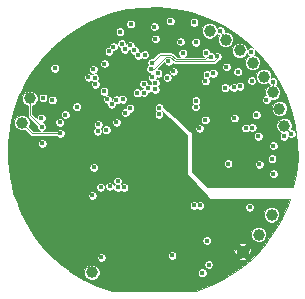
<source format=gbl>
G04 #@! TF.GenerationSoftware,KiCad,Pcbnew,5.0.2-bee76a0~70~ubuntu18.04.1*
G04 #@! TF.CreationDate,2019-06-05T01:10:18+02:00*
G04 #@! TF.ProjectId,mainboard,6d61696e-626f-4617-9264-2e6b69636164,rev?*
G04 #@! TF.SameCoordinates,Original*
G04 #@! TF.FileFunction,Copper,L4,Bot*
G04 #@! TF.FilePolarity,Positive*
%FSLAX46Y46*%
G04 Gerber Fmt 4.6, Leading zero omitted, Abs format (unit mm)*
G04 Created by KiCad (PCBNEW 5.0.2-bee76a0~70~ubuntu18.04.1) date Mi 05 Jun 2019 01:10:18 CEST*
%MOMM*%
%LPD*%
G01*
G04 APERTURE LIST*
G04 #@! TA.AperFunction,Conductor*
%ADD10C,0.100000*%
G04 #@! TD*
G04 #@! TA.AperFunction,Conductor*
%ADD11C,2.600000*%
G04 #@! TD*
G04 #@! TA.AperFunction,ViaPad*
%ADD12C,0.500000*%
G04 #@! TD*
G04 #@! TA.AperFunction,BGAPad,CuDef*
%ADD13C,1.000000*%
G04 #@! TD*
G04 #@! TA.AperFunction,ViaPad*
%ADD14C,0.450000*%
G04 #@! TD*
G04 #@! TA.AperFunction,Conductor*
%ADD15C,0.026000*%
G04 #@! TD*
G04 APERTURE END LIST*
D10*
G04 #@! TO.N,GNDD*
G04 #@! TO.C,U1*
G36*
X-2325496Y-4301204D02*
X-2301227Y-4304804D01*
X-2277429Y-4310765D01*
X-2254329Y-4319030D01*
X-2232151Y-4329520D01*
X-2211107Y-4342133D01*
X-2191402Y-4356747D01*
X-2173223Y-4373223D01*
X-2156747Y-4391402D01*
X-2142133Y-4411107D01*
X-2129520Y-4432151D01*
X-2119030Y-4454329D01*
X-2110765Y-4477429D01*
X-2104804Y-4501227D01*
X-2101204Y-4525496D01*
X-2100000Y-4550000D01*
X-2100000Y-6650000D01*
X-2101204Y-6674504D01*
X-2104804Y-6698773D01*
X-2110765Y-6722571D01*
X-2119030Y-6745671D01*
X-2129520Y-6767849D01*
X-2142133Y-6788893D01*
X-2156747Y-6808598D01*
X-2173223Y-6826777D01*
X-2191402Y-6843253D01*
X-2211107Y-6857867D01*
X-2232151Y-6870480D01*
X-2254329Y-6880970D01*
X-2277429Y-6889235D01*
X-2301227Y-6895196D01*
X-2325496Y-6898796D01*
X-2350000Y-6900000D01*
X-4450000Y-6900000D01*
X-4474504Y-6898796D01*
X-4498773Y-6895196D01*
X-4522571Y-6889235D01*
X-4545671Y-6880970D01*
X-4567849Y-6870480D01*
X-4588893Y-6857867D01*
X-4608598Y-6843253D01*
X-4626777Y-6826777D01*
X-4643253Y-6808598D01*
X-4657867Y-6788893D01*
X-4670480Y-6767849D01*
X-4680970Y-6745671D01*
X-4689235Y-6722571D01*
X-4695196Y-6698773D01*
X-4698796Y-6674504D01*
X-4700000Y-6650000D01*
X-4700000Y-4550000D01*
X-4698796Y-4525496D01*
X-4695196Y-4501227D01*
X-4689235Y-4477429D01*
X-4680970Y-4454329D01*
X-4670480Y-4432151D01*
X-4657867Y-4411107D01*
X-4643253Y-4391402D01*
X-4626777Y-4373223D01*
X-4608598Y-4356747D01*
X-4588893Y-4342133D01*
X-4567849Y-4329520D01*
X-4545671Y-4319030D01*
X-4522571Y-4310765D01*
X-4498773Y-4304804D01*
X-4474504Y-4301204D01*
X-4450000Y-4300000D01*
X-2350000Y-4300000D01*
X-2325496Y-4301204D01*
X-2325496Y-4301204D01*
G37*
D11*
X-3400000Y-5600000D03*
D12*
X-2350000Y-4550000D03*
X-2350000Y-5600000D03*
X-2350000Y-6650000D03*
X-3400000Y-4550000D03*
X-3400000Y-5600000D03*
X-3400000Y-6650000D03*
X-4450000Y-4550000D03*
X-4450000Y-5600000D03*
X-4450000Y-6650000D03*
G04 #@! TD*
D13*
G04 #@! TO.P,J13,1*
G04 #@! TO.N,ELEC2*
X-11072080Y2494440D03*
G04 #@! TD*
G04 #@! TO.P,J15,1*
G04 #@! TO.N,Net-(J15-Pad1)*
X-5136100Y-10159840D03*
G04 #@! TD*
G04 #@! TO.P,J16,1*
G04 #@! TO.N,GNDD*
X7627400Y-8419940D03*
G04 #@! TD*
G04 #@! TO.P,J14,1*
G04 #@! TO.N,O2_ELEC2*
X-10388820Y4569620D03*
G04 #@! TD*
G04 #@! TO.P,J6,1*
G04 #@! TO.N,+BATT*
X8988840Y-6984840D03*
G04 #@! TD*
G04 #@! TO.P,J3,1*
G04 #@! TO.N,ISFET2_D4*
X10162320Y5062380D03*
G04 #@! TD*
G04 #@! TO.P,J4,1*
G04 #@! TO.N,ISFET2_S*
X9400320Y6393340D03*
G04 #@! TD*
G04 #@! TO.P,J5,1*
G04 #@! TO.N,REFFET2_D*
X8460520Y7579520D03*
G04 #@! TD*
G04 #@! TO.P,J7,1*
G04 #@! TO.N,REFFET2_D2*
X7378480Y8631080D03*
G04 #@! TD*
G04 #@! TO.P,J8,1*
G04 #@! TO.N,COIL*
X10078500Y-5303360D03*
G04 #@! TD*
G04 #@! TO.P,J9,1*
G04 #@! TO.N,REFFET2_D3*
X6171980Y9520080D03*
G04 #@! TD*
G04 #@! TO.P,J10,1*
G04 #@! TO.N,REFFET2_D4*
X4835940Y10274460D03*
G04 #@! TD*
G04 #@! TO.P,J1,1*
G04 #@! TO.N,ISFET2_D2*
X11135140Y2230280D03*
G04 #@! TD*
G04 #@! TO.P,J2,1*
G04 #@! TO.N,ISFET2_D3*
X10731280Y3685700D03*
G04 #@! TD*
D14*
G04 #@! TO.N,REFFET2_D2*
X7420467Y8662907D03*
G04 #@! TO.N,REFFET2_D1*
X8330000Y8500000D03*
G04 #@! TO.N,ISFET2_D2*
X5123642Y6687003D03*
X11732040Y1572420D03*
G04 #@! TO.N,COIL*
X10068340Y-5321140D03*
G04 #@! TO.N,ISFET2_D3*
X4601010Y6559331D03*
X10736360Y3688240D03*
G04 #@! TO.N,ISFET2_D4*
X4459580Y6022940D03*
X10182640Y5953920D03*
G04 #@! TO.N,REFFET2_D4*
X4828320Y10274460D03*
G04 #@! TO.N,REFFET2_D3*
X5722400Y10269380D03*
G04 #@! TO.N,+BATT*
X8880000Y-7060000D03*
G04 #@! TO.N,VCC*
X441740Y6685440D03*
X4000000Y-4500000D03*
X3500000Y-4500000D03*
X-5438118Y6341577D03*
X235674Y9586314D03*
X-2766133Y10195573D03*
G04 #@! TO.N,GNDD*
X1191409Y11981292D03*
X-6788754Y9944025D03*
X-9131136Y7848132D03*
X-11264680Y4251800D03*
X-12039538Y142637D03*
X-12006156Y-907221D03*
X-11881399Y-1950174D03*
X-11362250Y-3983730D03*
X-11666218Y-2978285D03*
X-10971808Y-4958856D03*
X-10497864Y-5896242D03*
X-9944025Y-6788754D03*
X-9314506Y-7629600D03*
X-8614098Y-8412380D03*
X-7848132Y-9131136D03*
X-7022437Y-9780399D03*
X-6143297Y-10355227D03*
X-4251800Y-11264680D03*
X3983730Y-11362250D03*
X4958856Y-10971808D03*
X5896242Y-10497864D03*
X6788754Y-9944025D03*
X7629600Y-9314506D03*
X9131136Y-7848132D03*
X8412380Y-8614098D03*
X-7629600Y9314506D03*
X-8412380Y8614098D03*
X-10355227Y6143297D03*
X-9780399Y7022437D03*
X-5896242Y10497864D03*
X-4958856Y10971808D03*
X3253839Y11592383D03*
X2231114Y11831861D03*
X11831861Y-2231114D03*
X12006156Y907221D03*
X11666218Y2978285D03*
X4251800Y11264680D03*
X-381220Y-10373200D03*
X-2037300Y-9141300D03*
X1200000Y4500000D03*
X5200000Y4100000D03*
X6200000Y4100000D03*
X6200000Y3400000D03*
X5200000Y3400000D03*
X9684800Y-1831180D03*
X5887500Y-1470500D03*
X3217960Y-8879680D03*
X-5999629Y3503596D03*
X-6141940Y2034700D03*
X-7912320Y4330860D03*
X-7881840Y5552600D03*
X6200000Y4850000D03*
X-4059140Y-8315800D03*
X-1440400Y-7660480D03*
X990380Y-6088220D03*
X2194340Y-6083140D03*
X2201960Y-8679020D03*
X-10500000Y100000D03*
X-7676100Y-63340D03*
X-7665940Y-556100D03*
X-7686260Y-1061560D03*
X-8181560Y-1282540D03*
X-8463500Y-1754980D03*
X-8453340Y-2288380D03*
X-7914860Y-2303620D03*
X-7632920Y-4117180D03*
X-7132540Y-4373720D03*
X-7137620Y-3891120D03*
X-6037800Y-3987640D03*
X-5905720Y-2824320D03*
X-7683720Y-5552280D03*
X-8328880Y-5570060D03*
X-7869140Y-7906860D03*
X-8641300Y-7226140D03*
X-9009600Y-6509860D03*
X-9715720Y-5570060D03*
X-9106120Y-3957160D03*
X-11194000Y-2242660D03*
X-11041600Y-2725260D03*
X-10871420Y-3182460D03*
X-10665680Y-3637120D03*
X-10205940Y-4582000D03*
X-9962100Y-5041740D03*
X-10447240Y-4107020D03*
X-7114760Y-8633300D03*
X-6553420Y-9016840D03*
X-5522180Y-7365840D03*
X-3111720Y-10624660D03*
X-3782280Y-10454480D03*
X-424400Y-8254840D03*
X2295940Y-10441780D03*
X5768120Y-7320120D03*
X5958620Y-9174320D03*
X6941600Y-6354920D03*
X6390420Y-4762340D03*
X-142460Y-3085940D03*
X802420Y-3118960D03*
X5369340Y-4185760D03*
X-6248073Y-342193D03*
X-3391120Y2047400D03*
X-4198528Y5696547D03*
X903810Y9187800D03*
X-11475097Y-1858277D03*
X-10879250Y-1368900D03*
X-10879250Y-660240D03*
X-9004520Y261780D03*
X-8714960Y-1234280D03*
X-734280Y2657000D03*
X-6820120Y8412640D03*
X-434560Y11044080D03*
X-4204067Y3622347D03*
X-2696725Y2967320D03*
X-6040340Y8552340D03*
X8840000Y-5570000D03*
X3297194Y6627953D03*
X2490000Y4510000D03*
X2500000Y5190000D03*
X7100000Y9673010D03*
X11200000Y4460000D03*
X6750000Y750000D03*
X7500000Y-250000D03*
X11158000Y-4536280D03*
X-2250000Y-11500000D03*
X-3250000Y-11500000D03*
X-1250000Y-11500000D03*
X-250000Y-11500000D03*
X750000Y-11500000D03*
X1750000Y-11500000D03*
X2750000Y-11500000D03*
G04 #@! TO.N,ISFET2_SHNT*
X2351820Y9360060D03*
X1490760Y11105040D03*
G04 #@! TO.N,ADC_IN7*
X3964720Y2006760D03*
X-677540Y8242992D03*
G04 #@! TO.N,+5VA*
X9037100Y-1026000D03*
X4439700Y2728120D03*
X6238020Y7216300D03*
X4741960Y-9512140D03*
X4190780Y-10210640D03*
X-6417318Y3842685D03*
X-7404320Y3175160D03*
X-3068540Y2527460D03*
X1229464Y6320000D03*
G04 #@! TO.N,REFFET2_D*
X8630000Y7380000D03*
X4515295Y8429595D03*
G04 #@! TO.N,ADC_IN6*
X7898297Y2047370D03*
X-1232656Y8205508D03*
G04 #@! TO.N,TAG_EN*
X210988Y5313840D03*
X8203980Y-4655660D03*
G04 #@! TO.N,ISFET1_S*
X3647220Y3833020D03*
X7387570Y5592208D03*
X8940974Y1354335D03*
G04 #@! TO.N,ISFET2_S*
X1764651Y6835416D03*
X3650000Y9310000D03*
X9623798Y6649562D03*
G04 #@! TO.N,ISFET1_SHNT*
X8762780Y3157380D03*
X9624050Y4440080D03*
G04 #@! TO.N,ADC_IN3*
X2552480Y8394860D03*
X-2624626Y9197878D03*
G04 #@! TO.N,REFFET1_D*
X10220000Y550000D03*
X6382550Y-957450D03*
G04 #@! TO.N,ADC_IN0*
X7218460Y6814980D03*
X-3320391Y8932115D03*
G04 #@! TO.N,ADC_IN2*
X11119900Y1359060D03*
X-2364024Y8727194D03*
G04 #@! TO.N,Net-(C27-Pad2)*
X3667132Y4370653D03*
X8435120Y2082960D03*
X6859122Y5491266D03*
G04 #@! TO.N,ANT_SW*
X-9347420Y736760D03*
X-5034956Y7017752D03*
G04 #@! TO.N,Net-(C16-Pad1)*
X1640620Y-8745060D03*
X-4343620Y-8907620D03*
G04 #@! TO.N,RF_BUSY*
X-746041Y5048408D03*
X-2420840Y-2981800D03*
G04 #@! TO.N,RF_RST*
X-1303359Y5032434D03*
X-2958851Y-2981431D03*
G04 #@! TO.N,RF_MISO*
X-3642582Y-2885280D03*
X-3479341Y4065134D03*
G04 #@! TO.N,RF_MOSI*
X-4412200Y-2961480D03*
X-4120434Y5164233D03*
G04 #@! TO.N,RF_SCK*
X-5105620Y-3665060D03*
X-3826432Y4476211D03*
G04 #@! TO.N,RF_CS*
X-3066580Y4436073D03*
X-2964806Y-2443452D03*
G04 #@! TO.N,AFE_EN*
X-354485Y5424137D03*
X4589560Y-7477600D03*
G04 #@! TO.N,SWCLK*
X-2531952Y4496322D03*
X-1851880Y10853580D03*
G04 #@! TO.N,SWDIO*
X144560Y10622440D03*
X-2316414Y3347872D03*
G04 #@! TO.N,DAC_OUT1*
X8389252Y6050292D03*
X535550Y3227570D03*
X-1556799Y8634912D03*
G04 #@! TO.N,DAC_OUT2*
X-8283160Y7109620D03*
X-1909615Y9041085D03*
G04 #@! TO.N,ELEC2*
X-7831040Y1600360D03*
G04 #@! TO.N,ELEC_SNS1*
X-9438617Y2887920D03*
X-7861520Y2527460D03*
X-4970998Y-1287620D03*
G04 #@! TO.N,Net-(R3-Pad2)*
X1339673Y7689673D03*
X553494Y3765473D03*
G04 #@! TO.N,Net-(R16-Pad2)*
X6928900Y2890680D03*
X6126260Y5451000D03*
G04 #@! TO.N,O2_ELEC2*
X-9393140Y2159160D03*
G04 #@! TO.N,ADC_IN12*
X3502440Y11016140D03*
X-3698973Y8549842D03*
G04 #@! TO.N,MUX4IN0*
X-9283411Y4593311D03*
X-4902420Y6291740D03*
G04 #@! TO.N,MUX4IN1*
X-8501600Y4419760D03*
X-4858648Y5755522D03*
G04 #@! TO.N,MUX3IN1*
X-3935339Y1889020D03*
X-1922209Y3722209D03*
G04 #@! TO.N,MUX3IN0*
X-4616814Y2353620D03*
X-4080798Y7491822D03*
G04 #@! TO.N,MUX3EN*
X-762487Y5776596D03*
X-4661340Y1788320D03*
G04 #@! TO.N,MUX2IN0*
X-68505Y7586143D03*
X4919760Y8074820D03*
G04 #@! TO.N,MUX2IN1*
X-169630Y7057721D03*
X5476020Y8107840D03*
G04 #@! TO.N,MUX1IN1*
X212037Y5868800D03*
X10222795Y-1828349D03*
G04 #@! TO.N,MUX1IN0*
X-43568Y6342709D03*
X10109851Y-565186D03*
G04 #@! TD*
D10*
G04 #@! TO.N,ISFET2_D2*
X11732040Y1572420D02*
X11297700Y2006760D01*
G04 #@! TO.N,ISFET2_D4*
X10182640Y5953920D02*
X10182640Y5176680D01*
G04 #@! TO.N,REFFET2_D3*
X6171980Y9520080D02*
X6171980Y9771540D01*
X6171980Y9771540D02*
X5724940Y10218580D01*
X5724940Y10218580D02*
X5724940Y10243980D01*
G04 #@! TO.N,ELEC2*
X-7831040Y1600360D02*
X-10190700Y1600360D01*
X-10190700Y1600360D02*
X-10218640Y1600360D01*
X-10218640Y1600360D02*
X-11059380Y2441100D01*
X-11059380Y2441100D02*
X-11069540Y2441100D01*
G04 #@! TO.N,O2_ELEC2*
X-10391360Y4584860D02*
X-10391360Y3157380D01*
X-10391360Y3157380D02*
X-9618139Y2384159D01*
X-9618139Y2384159D02*
X-9393140Y2159160D01*
G04 #@! TO.N,MUX2IN0*
X4601562Y8074820D02*
X4919760Y8074820D01*
X1576306Y8247540D02*
X1938845Y7885001D01*
X1938845Y7885001D02*
X4411743Y7885001D01*
X-76420Y7574440D02*
X596680Y8247540D01*
X596680Y8247540D02*
X1576306Y8247540D01*
X4411743Y7885001D02*
X4601562Y8074820D01*
G04 #@! TO.N,MUX2IN1*
X5463320Y7951598D02*
X5463320Y8123080D01*
X1866730Y7691229D02*
X4844849Y7691229D01*
X148568Y7057721D02*
X1143521Y8052674D01*
X1143521Y8052674D02*
X1505286Y8052674D01*
X1505286Y8052674D02*
X1866730Y7691229D01*
X4844849Y7691229D02*
X4849659Y7686419D01*
X4849659Y7686419D02*
X5198141Y7686419D01*
X-169630Y7057721D02*
X148568Y7057721D01*
X5198141Y7686419D02*
X5463320Y7951598D01*
G04 #@! TD*
G04 #@! TO.N,GNDD*
G36*
X1928591Y12122192D02*
X3267823Y11831667D01*
X4566322Y11393670D01*
X5807907Y10813659D01*
X6977102Y10098863D01*
X8059324Y9258202D01*
X8488539Y8840229D01*
X8404592Y8875000D01*
X8255408Y8875000D01*
X8117579Y8817910D01*
X8028480Y8728811D01*
X8028480Y8760373D01*
X7929523Y8999275D01*
X7746675Y9182123D01*
X7507773Y9281080D01*
X7249187Y9281080D01*
X7010285Y9182123D01*
X6827437Y8999275D01*
X6728480Y8760373D01*
X6728480Y8501787D01*
X6827437Y8262885D01*
X7010285Y8080037D01*
X7249187Y7981080D01*
X7507773Y7981080D01*
X7746675Y8080037D01*
X7929523Y8262885D01*
X7975921Y8374899D01*
X8012090Y8287579D01*
X8117579Y8182090D01*
X8167151Y8161557D01*
X8092325Y8130563D01*
X7909477Y7947715D01*
X7810520Y7708813D01*
X7810520Y7450227D01*
X7909477Y7211325D01*
X8092325Y7028477D01*
X8331227Y6929520D01*
X8589813Y6929520D01*
X8828715Y7028477D01*
X9011563Y7211325D01*
X9110520Y7450227D01*
X9110520Y7708813D01*
X9011563Y7947715D01*
X8828715Y8130563D01*
X8589840Y8229509D01*
X8647910Y8287579D01*
X8705000Y8425408D01*
X8705000Y8574592D01*
X8666925Y8666514D01*
X9041101Y8302138D01*
X9910186Y7242596D01*
X10655749Y6092782D01*
X11268500Y4867023D01*
X11740796Y3580602D01*
X12066752Y2249553D01*
X12242307Y890468D01*
X12265271Y-479709D01*
X12135359Y-1843926D01*
X11903486Y-2950000D01*
X4620710Y-2950000D01*
X3424467Y-1753757D01*
X9847795Y-1753757D01*
X9847795Y-1902941D01*
X9904885Y-2040770D01*
X10010374Y-2146259D01*
X10148203Y-2203349D01*
X10297387Y-2203349D01*
X10435216Y-2146259D01*
X10540705Y-2040770D01*
X10597795Y-1902941D01*
X10597795Y-1753757D01*
X10540705Y-1615928D01*
X10435216Y-1510439D01*
X10297387Y-1453349D01*
X10148203Y-1453349D01*
X10010374Y-1510439D01*
X9904885Y-1615928D01*
X9847795Y-1753757D01*
X3424467Y-1753757D01*
X3350000Y-1679290D01*
X3350000Y-882858D01*
X6007550Y-882858D01*
X6007550Y-1032042D01*
X6064640Y-1169871D01*
X6170129Y-1275360D01*
X6307958Y-1332450D01*
X6457142Y-1332450D01*
X6594971Y-1275360D01*
X6700460Y-1169871D01*
X6757550Y-1032042D01*
X6757550Y-951408D01*
X8662100Y-951408D01*
X8662100Y-1100592D01*
X8719190Y-1238421D01*
X8824679Y-1343910D01*
X8962508Y-1401000D01*
X9111692Y-1401000D01*
X9249521Y-1343910D01*
X9355010Y-1238421D01*
X9412100Y-1100592D01*
X9412100Y-951408D01*
X9355010Y-813579D01*
X9249521Y-708090D01*
X9111692Y-651000D01*
X8962508Y-651000D01*
X8824679Y-708090D01*
X8719190Y-813579D01*
X8662100Y-951408D01*
X6757550Y-951408D01*
X6757550Y-882858D01*
X6700460Y-745029D01*
X6594971Y-639540D01*
X6457142Y-582450D01*
X6307958Y-582450D01*
X6170129Y-639540D01*
X6064640Y-745029D01*
X6007550Y-882858D01*
X3350000Y-882858D01*
X3350000Y-490594D01*
X9734851Y-490594D01*
X9734851Y-639778D01*
X9791941Y-777607D01*
X9897430Y-883096D01*
X10035259Y-940186D01*
X10184443Y-940186D01*
X10322272Y-883096D01*
X10427761Y-777607D01*
X10484851Y-639778D01*
X10484851Y-490594D01*
X10427761Y-352765D01*
X10322272Y-247276D01*
X10184443Y-190186D01*
X10035259Y-190186D01*
X9897430Y-247276D01*
X9791941Y-352765D01*
X9734851Y-490594D01*
X3350000Y-490594D01*
X3350000Y624592D01*
X9845000Y624592D01*
X9845000Y475408D01*
X9902090Y337579D01*
X10007579Y232090D01*
X10145408Y175000D01*
X10294592Y175000D01*
X10432421Y232090D01*
X10537910Y337579D01*
X10595000Y475408D01*
X10595000Y624592D01*
X10537910Y762421D01*
X10432421Y867910D01*
X10294592Y925000D01*
X10145408Y925000D01*
X10007579Y867910D01*
X9902090Y762421D01*
X9845000Y624592D01*
X3350000Y624592D01*
X3350000Y1428927D01*
X8565974Y1428927D01*
X8565974Y1279743D01*
X8623064Y1141914D01*
X8728553Y1036425D01*
X8866382Y979335D01*
X9015566Y979335D01*
X9153395Y1036425D01*
X9258884Y1141914D01*
X9315974Y1279743D01*
X9315974Y1428927D01*
X9258884Y1566756D01*
X9153395Y1672245D01*
X9015566Y1729335D01*
X8866382Y1729335D01*
X8728553Y1672245D01*
X8623064Y1566756D01*
X8565974Y1428927D01*
X3350000Y1428927D01*
X3350000Y1600000D01*
X3345392Y1620965D01*
X3333914Y1636740D01*
X2852251Y2081352D01*
X3589720Y2081352D01*
X3589720Y1932168D01*
X3646810Y1794339D01*
X3752299Y1688850D01*
X3890128Y1631760D01*
X4039312Y1631760D01*
X4177141Y1688850D01*
X4282630Y1794339D01*
X4339720Y1932168D01*
X4339720Y2081352D01*
X4322899Y2121962D01*
X7523297Y2121962D01*
X7523297Y1972778D01*
X7580387Y1834949D01*
X7685876Y1729460D01*
X7823705Y1672370D01*
X7972889Y1672370D01*
X8110718Y1729460D01*
X8184504Y1803246D01*
X8222699Y1765050D01*
X8360528Y1707960D01*
X8509712Y1707960D01*
X8647541Y1765050D01*
X8753030Y1870539D01*
X8810120Y2008368D01*
X8810120Y2157552D01*
X8753030Y2295381D01*
X8688838Y2359573D01*
X10485140Y2359573D01*
X10485140Y2100987D01*
X10584097Y1862085D01*
X10766945Y1679237D01*
X10867920Y1637411D01*
X10801990Y1571481D01*
X10744900Y1433652D01*
X10744900Y1284468D01*
X10801990Y1146639D01*
X10907479Y1041150D01*
X11045308Y984060D01*
X11194492Y984060D01*
X11332321Y1041150D01*
X11437810Y1146639D01*
X11493366Y1280763D01*
X11519619Y1254510D01*
X11657448Y1197420D01*
X11806632Y1197420D01*
X11944461Y1254510D01*
X12049950Y1359999D01*
X12107040Y1497828D01*
X12107040Y1647012D01*
X12049950Y1784841D01*
X11944461Y1890330D01*
X11806632Y1947420D01*
X11721530Y1947420D01*
X11785140Y2100987D01*
X11785140Y2359573D01*
X11686183Y2598475D01*
X11503335Y2781323D01*
X11264433Y2880280D01*
X11005847Y2880280D01*
X10766945Y2781323D01*
X10584097Y2598475D01*
X10485140Y2359573D01*
X8688838Y2359573D01*
X8647541Y2400870D01*
X8509712Y2457960D01*
X8360528Y2457960D01*
X8222699Y2400870D01*
X8148914Y2327085D01*
X8110718Y2365280D01*
X7972889Y2422370D01*
X7823705Y2422370D01*
X7685876Y2365280D01*
X7580387Y2259791D01*
X7523297Y2121962D01*
X4322899Y2121962D01*
X4282630Y2219181D01*
X4177141Y2324670D01*
X4039312Y2381760D01*
X3890128Y2381760D01*
X3752299Y2324670D01*
X3646810Y2219181D01*
X3589720Y2081352D01*
X2852251Y2081352D01*
X2070778Y2802712D01*
X4064700Y2802712D01*
X4064700Y2653528D01*
X4121790Y2515699D01*
X4227279Y2410210D01*
X4365108Y2353120D01*
X4514292Y2353120D01*
X4652121Y2410210D01*
X4757610Y2515699D01*
X4814700Y2653528D01*
X4814700Y2802712D01*
X4757610Y2940541D01*
X4732879Y2965272D01*
X6553900Y2965272D01*
X6553900Y2816088D01*
X6610990Y2678259D01*
X6716479Y2572770D01*
X6854308Y2515680D01*
X7003492Y2515680D01*
X7141321Y2572770D01*
X7246810Y2678259D01*
X7303900Y2816088D01*
X7303900Y2965272D01*
X7246810Y3103101D01*
X7141321Y3208590D01*
X7084872Y3231972D01*
X8387780Y3231972D01*
X8387780Y3082788D01*
X8444870Y2944959D01*
X8550359Y2839470D01*
X8688188Y2782380D01*
X8837372Y2782380D01*
X8975201Y2839470D01*
X9080690Y2944959D01*
X9137780Y3082788D01*
X9137780Y3231972D01*
X9080690Y3369801D01*
X8975201Y3475290D01*
X8837372Y3532380D01*
X8688188Y3532380D01*
X8550359Y3475290D01*
X8444870Y3369801D01*
X8387780Y3231972D01*
X7084872Y3231972D01*
X7003492Y3265680D01*
X6854308Y3265680D01*
X6716479Y3208590D01*
X6610990Y3103101D01*
X6553900Y2965272D01*
X4732879Y2965272D01*
X4652121Y3046030D01*
X4514292Y3103120D01*
X4365108Y3103120D01*
X4227279Y3046030D01*
X4121790Y2940541D01*
X4064700Y2802712D01*
X2070778Y2802712D01*
X917051Y3867690D01*
X900516Y3907612D01*
X3272220Y3907612D01*
X3272220Y3758428D01*
X3329310Y3620599D01*
X3434799Y3515110D01*
X3572628Y3458020D01*
X3721812Y3458020D01*
X3859641Y3515110D01*
X3965130Y3620599D01*
X4022220Y3758428D01*
X4022220Y3814993D01*
X10081280Y3814993D01*
X10081280Y3556407D01*
X10180237Y3317505D01*
X10363085Y3134657D01*
X10601987Y3035700D01*
X10860573Y3035700D01*
X11099475Y3134657D01*
X11282323Y3317505D01*
X11381280Y3556407D01*
X11381280Y3814993D01*
X11282323Y4053895D01*
X11099475Y4236743D01*
X10860573Y4335700D01*
X10601987Y4335700D01*
X10363085Y4236743D01*
X10180237Y4053895D01*
X10081280Y3814993D01*
X4022220Y3814993D01*
X4022220Y3907612D01*
X3965130Y4045441D01*
X3918691Y4091881D01*
X3985042Y4158232D01*
X4042132Y4296061D01*
X4042132Y4445245D01*
X3985042Y4583074D01*
X3879553Y4688563D01*
X3741724Y4745653D01*
X3592540Y4745653D01*
X3454711Y4688563D01*
X3349222Y4583074D01*
X3292132Y4445245D01*
X3292132Y4296061D01*
X3349222Y4158232D01*
X3395662Y4111793D01*
X3329310Y4045441D01*
X3272220Y3907612D01*
X900516Y3907612D01*
X871404Y3977894D01*
X765915Y4083383D01*
X628086Y4140473D01*
X478902Y4140473D01*
X341073Y4083383D01*
X235584Y3977894D01*
X178494Y3840065D01*
X178494Y3690881D01*
X235584Y3553052D01*
X283143Y3505494D01*
X217640Y3439991D01*
X160550Y3302162D01*
X160550Y3152978D01*
X217640Y3015149D01*
X323129Y2909660D01*
X460958Y2852570D01*
X610142Y2852570D01*
X747971Y2909660D01*
X853460Y3015149D01*
X910550Y3152978D01*
X910550Y3302162D01*
X853460Y3439991D01*
X805902Y3487550D01*
X827349Y3508997D01*
X2950000Y1478636D01*
X2950000Y-1900000D01*
X2953331Y-1917944D01*
X2963750Y-1934437D01*
X4863750Y-3934437D01*
X4880866Y-3946194D01*
X4900000Y-3950000D01*
X11602131Y-3950000D01*
X11425268Y-4486673D01*
X10853943Y-5732269D01*
X10147328Y-6906428D01*
X9807703Y-7350000D01*
X9541140Y-7350000D01*
X9638840Y-7114133D01*
X9638840Y-6855547D01*
X9539883Y-6616645D01*
X9357035Y-6433797D01*
X9118133Y-6334840D01*
X8859547Y-6334840D01*
X8620645Y-6433797D01*
X8437797Y-6616645D01*
X8338840Y-6855547D01*
X8338840Y-7114133D01*
X8436540Y-7350000D01*
X6500000Y-7350000D01*
X6480866Y-7353806D01*
X6464645Y-7364645D01*
X6453806Y-7380866D01*
X6450000Y-7400000D01*
X6450000Y-10426648D01*
X6167019Y-10612957D01*
X4945574Y-11234247D01*
X3657606Y-11717341D01*
X3466755Y-11775000D01*
X-3460715Y-11775000D01*
X-4724955Y-11328804D01*
X-5958329Y-10731511D01*
X-7069727Y-10030547D01*
X-5786100Y-10030547D01*
X-5786100Y-10289133D01*
X-5687143Y-10528035D01*
X-5504295Y-10710883D01*
X-5265393Y-10809840D01*
X-5006807Y-10809840D01*
X-4767905Y-10710883D01*
X-4585057Y-10528035D01*
X-4486100Y-10289133D01*
X-4486100Y-10136048D01*
X3815780Y-10136048D01*
X3815780Y-10285232D01*
X3872870Y-10423061D01*
X3978359Y-10528550D01*
X4116188Y-10585640D01*
X4265372Y-10585640D01*
X4403201Y-10528550D01*
X4508690Y-10423061D01*
X4565780Y-10285232D01*
X4565780Y-10136048D01*
X4508690Y-9998219D01*
X4403201Y-9892730D01*
X4265372Y-9835640D01*
X4116188Y-9835640D01*
X3978359Y-9892730D01*
X3872870Y-9998219D01*
X3815780Y-10136048D01*
X-4486100Y-10136048D01*
X-4486100Y-10030547D01*
X-4585057Y-9791645D01*
X-4767905Y-9608797D01*
X-5006807Y-9509840D01*
X-5265393Y-9509840D01*
X-5504295Y-9608797D01*
X-5687143Y-9791645D01*
X-5786100Y-10030547D01*
X-7069727Y-10030547D01*
X-7117422Y-10000466D01*
X-7821571Y-9437548D01*
X4366960Y-9437548D01*
X4366960Y-9586732D01*
X4424050Y-9724561D01*
X4529539Y-9830050D01*
X4667368Y-9887140D01*
X4816552Y-9887140D01*
X4954381Y-9830050D01*
X5059870Y-9724561D01*
X5116960Y-9586732D01*
X5116960Y-9437548D01*
X5059870Y-9299719D01*
X4954381Y-9194230D01*
X4816552Y-9137140D01*
X4667368Y-9137140D01*
X4529539Y-9194230D01*
X4424050Y-9299719D01*
X4366960Y-9437548D01*
X-7821571Y-9437548D01*
X-8187807Y-9144769D01*
X-8499115Y-8833028D01*
X-4718620Y-8833028D01*
X-4718620Y-8982212D01*
X-4661530Y-9120041D01*
X-4556041Y-9225530D01*
X-4418212Y-9282620D01*
X-4269028Y-9282620D01*
X-4131199Y-9225530D01*
X-4025710Y-9120041D01*
X-3968620Y-8982212D01*
X-3968620Y-8833028D01*
X-4025710Y-8695199D01*
X-4050441Y-8670468D01*
X1265620Y-8670468D01*
X1265620Y-8819652D01*
X1322710Y-8957481D01*
X1428199Y-9062970D01*
X1566028Y-9120060D01*
X1715212Y-9120060D01*
X1853041Y-9062970D01*
X1958530Y-8957481D01*
X2015620Y-8819652D01*
X2015620Y-8670468D01*
X1958530Y-8532639D01*
X1853041Y-8427150D01*
X1715212Y-8370060D01*
X1566028Y-8370060D01*
X1428199Y-8427150D01*
X1322710Y-8532639D01*
X1265620Y-8670468D01*
X-4050441Y-8670468D01*
X-4131199Y-8589710D01*
X-4269028Y-8532620D01*
X-4418212Y-8532620D01*
X-4556041Y-8589710D01*
X-4661530Y-8695199D01*
X-4718620Y-8833028D01*
X-8499115Y-8833028D01*
X-9156133Y-8175098D01*
X-9771606Y-7403008D01*
X4214560Y-7403008D01*
X4214560Y-7552192D01*
X4271650Y-7690021D01*
X4377139Y-7795510D01*
X4514968Y-7852600D01*
X4664152Y-7852600D01*
X4801981Y-7795510D01*
X4907470Y-7690021D01*
X4964560Y-7552192D01*
X4964560Y-7403008D01*
X4907470Y-7265179D01*
X4801981Y-7159690D01*
X4664152Y-7102600D01*
X4514968Y-7102600D01*
X4377139Y-7159690D01*
X4271650Y-7265179D01*
X4214560Y-7403008D01*
X-9771606Y-7403008D01*
X-10010349Y-7103514D01*
X-10739781Y-5943409D01*
X-11111035Y-5174067D01*
X9428500Y-5174067D01*
X9428500Y-5432653D01*
X9527457Y-5671555D01*
X9710305Y-5854403D01*
X9949207Y-5953360D01*
X10207793Y-5953360D01*
X10446695Y-5854403D01*
X10629543Y-5671555D01*
X10728500Y-5432653D01*
X10728500Y-5174067D01*
X10629543Y-4935165D01*
X10446695Y-4752317D01*
X10207793Y-4653360D01*
X9949207Y-4653360D01*
X9710305Y-4752317D01*
X9527457Y-4935165D01*
X9428500Y-5174067D01*
X-11111035Y-5174067D01*
X-11335354Y-4709218D01*
X-11435077Y-4425408D01*
X3125000Y-4425408D01*
X3125000Y-4574592D01*
X3182090Y-4712421D01*
X3287579Y-4817910D01*
X3425408Y-4875000D01*
X3574592Y-4875000D01*
X3712421Y-4817910D01*
X3750000Y-4780331D01*
X3787579Y-4817910D01*
X3925408Y-4875000D01*
X4074592Y-4875000D01*
X4212421Y-4817910D01*
X4317910Y-4712421D01*
X4372317Y-4581068D01*
X7828980Y-4581068D01*
X7828980Y-4730252D01*
X7886070Y-4868081D01*
X7991559Y-4973570D01*
X8129388Y-5030660D01*
X8278572Y-5030660D01*
X8416401Y-4973570D01*
X8521890Y-4868081D01*
X8578980Y-4730252D01*
X8578980Y-4581068D01*
X8521890Y-4443239D01*
X8416401Y-4337750D01*
X8278572Y-4280660D01*
X8129388Y-4280660D01*
X7991559Y-4337750D01*
X7886070Y-4443239D01*
X7828980Y-4581068D01*
X4372317Y-4581068D01*
X4375000Y-4574592D01*
X4375000Y-4425408D01*
X4317910Y-4287579D01*
X4212421Y-4182090D01*
X4074592Y-4125000D01*
X3925408Y-4125000D01*
X3787579Y-4182090D01*
X3750000Y-4219669D01*
X3712421Y-4182090D01*
X3574592Y-4125000D01*
X3425408Y-4125000D01*
X3287579Y-4182090D01*
X3182090Y-4287579D01*
X3125000Y-4425408D01*
X-11435077Y-4425408D01*
X-11728455Y-3590468D01*
X-5480620Y-3590468D01*
X-5480620Y-3739652D01*
X-5423530Y-3877481D01*
X-5318041Y-3982970D01*
X-5180212Y-4040060D01*
X-5031028Y-4040060D01*
X-4893199Y-3982970D01*
X-4787710Y-3877481D01*
X-4730620Y-3739652D01*
X-4730620Y-3590468D01*
X-4787710Y-3452639D01*
X-4893199Y-3347150D01*
X-5031028Y-3290060D01*
X-5180212Y-3290060D01*
X-5318041Y-3347150D01*
X-5423530Y-3452639D01*
X-5480620Y-3590468D01*
X-11728455Y-3590468D01*
X-11789645Y-3416325D01*
X-11911487Y-2886888D01*
X-4787200Y-2886888D01*
X-4787200Y-3036072D01*
X-4730110Y-3173901D01*
X-4624621Y-3279390D01*
X-4486792Y-3336480D01*
X-4337608Y-3336480D01*
X-4199779Y-3279390D01*
X-4094290Y-3173901D01*
X-4037200Y-3036072D01*
X-4037200Y-2886888D01*
X-4068762Y-2810688D01*
X-4017582Y-2810688D01*
X-4017582Y-2959872D01*
X-3960492Y-3097701D01*
X-3855003Y-3203190D01*
X-3717174Y-3260280D01*
X-3567990Y-3260280D01*
X-3430161Y-3203190D01*
X-3324672Y-3097701D01*
X-3320630Y-3087942D01*
X-3276761Y-3193852D01*
X-3171272Y-3299341D01*
X-3033443Y-3356431D01*
X-2884259Y-3356431D01*
X-2746430Y-3299341D01*
X-2690030Y-3242941D01*
X-2633261Y-3299710D01*
X-2495432Y-3356800D01*
X-2346248Y-3356800D01*
X-2208419Y-3299710D01*
X-2102930Y-3194221D01*
X-2045840Y-3056392D01*
X-2045840Y-2907208D01*
X-2102930Y-2769379D01*
X-2208419Y-2663890D01*
X-2346248Y-2606800D01*
X-2495432Y-2606800D01*
X-2633261Y-2663890D01*
X-2689661Y-2720290D01*
X-2700487Y-2709464D01*
X-2646896Y-2655873D01*
X-2589806Y-2518044D01*
X-2589806Y-2368860D01*
X-2646896Y-2231031D01*
X-2752385Y-2125542D01*
X-2890214Y-2068452D01*
X-3039398Y-2068452D01*
X-3177227Y-2125542D01*
X-3282716Y-2231031D01*
X-3339806Y-2368860D01*
X-3339806Y-2518044D01*
X-3282716Y-2655873D01*
X-3223170Y-2715419D01*
X-3276761Y-2769010D01*
X-3280803Y-2778769D01*
X-3324672Y-2672859D01*
X-3430161Y-2567370D01*
X-3567990Y-2510280D01*
X-3717174Y-2510280D01*
X-3855003Y-2567370D01*
X-3960492Y-2672859D01*
X-4017582Y-2810688D01*
X-4068762Y-2810688D01*
X-4094290Y-2749059D01*
X-4199779Y-2643570D01*
X-4337608Y-2586480D01*
X-4486792Y-2586480D01*
X-4624621Y-2643570D01*
X-4730110Y-2749059D01*
X-4787200Y-2886888D01*
X-11911487Y-2886888D01*
X-12096983Y-2080864D01*
X-12196784Y-1213028D01*
X-5345998Y-1213028D01*
X-5345998Y-1362212D01*
X-5288908Y-1500041D01*
X-5183419Y-1605530D01*
X-5045590Y-1662620D01*
X-4896406Y-1662620D01*
X-4758577Y-1605530D01*
X-4653088Y-1500041D01*
X-4595998Y-1362212D01*
X-4595998Y-1213028D01*
X-4653088Y-1075199D01*
X-4758577Y-969710D01*
X-4896406Y-912620D01*
X-5045590Y-912620D01*
X-5183419Y-969710D01*
X-5288908Y-1075199D01*
X-5345998Y-1213028D01*
X-12196784Y-1213028D01*
X-12253546Y-719451D01*
X-12257378Y650918D01*
X-12239837Y811352D01*
X-9722420Y811352D01*
X-9722420Y662168D01*
X-9665330Y524339D01*
X-9559841Y418850D01*
X-9422012Y361760D01*
X-9272828Y361760D01*
X-9134999Y418850D01*
X-9029510Y524339D01*
X-8972420Y662168D01*
X-8972420Y811352D01*
X-9029510Y949181D01*
X-9134999Y1054670D01*
X-9272828Y1111760D01*
X-9422012Y1111760D01*
X-9559841Y1054670D01*
X-9665330Y949181D01*
X-9722420Y811352D01*
X-12239837Y811352D01*
X-12108431Y2013179D01*
X-11971511Y2623733D01*
X-11722080Y2623733D01*
X-11722080Y2365147D01*
X-11623123Y2126245D01*
X-11440275Y1943397D01*
X-11201373Y1844440D01*
X-10942787Y1844440D01*
X-10803328Y1902206D01*
X-10373990Y1472867D01*
X-10362832Y1456168D01*
X-10296676Y1411964D01*
X-10238338Y1400360D01*
X-10238337Y1400360D01*
X-10218640Y1396442D01*
X-10198944Y1400360D01*
X-8154095Y1400360D01*
X-8148950Y1387939D01*
X-8043461Y1282450D01*
X-7905632Y1225360D01*
X-7756448Y1225360D01*
X-7618619Y1282450D01*
X-7513130Y1387939D01*
X-7456040Y1525768D01*
X-7456040Y1674952D01*
X-7513130Y1812781D01*
X-7563261Y1862912D01*
X-5036340Y1862912D01*
X-5036340Y1713728D01*
X-4979250Y1575899D01*
X-4873761Y1470410D01*
X-4735932Y1413320D01*
X-4586748Y1413320D01*
X-4448919Y1470410D01*
X-4343430Y1575899D01*
X-4286340Y1713728D01*
X-4286340Y1756489D01*
X-4253249Y1676599D01*
X-4147760Y1571110D01*
X-4009931Y1514020D01*
X-3860747Y1514020D01*
X-3722918Y1571110D01*
X-3617429Y1676599D01*
X-3560339Y1814428D01*
X-3560339Y1963612D01*
X-3617429Y2101441D01*
X-3722918Y2206930D01*
X-3860747Y2264020D01*
X-4009931Y2264020D01*
X-4147760Y2206930D01*
X-4253249Y2101441D01*
X-4310339Y1963612D01*
X-4310339Y1920851D01*
X-4343430Y2000741D01*
X-4391396Y2048707D01*
X-4298904Y2141199D01*
X-4241814Y2279028D01*
X-4241814Y2428212D01*
X-4298904Y2566041D01*
X-4334915Y2602052D01*
X-3443540Y2602052D01*
X-3443540Y2452868D01*
X-3386450Y2315039D01*
X-3280961Y2209550D01*
X-3143132Y2152460D01*
X-2993948Y2152460D01*
X-2856119Y2209550D01*
X-2750630Y2315039D01*
X-2693540Y2452868D01*
X-2693540Y2602052D01*
X-2750630Y2739881D01*
X-2856119Y2845370D01*
X-2993948Y2902460D01*
X-3143132Y2902460D01*
X-3280961Y2845370D01*
X-3386450Y2739881D01*
X-3443540Y2602052D01*
X-4334915Y2602052D01*
X-4404393Y2671530D01*
X-4542222Y2728620D01*
X-4691406Y2728620D01*
X-4829235Y2671530D01*
X-4934724Y2566041D01*
X-4991814Y2428212D01*
X-4991814Y2279028D01*
X-4934724Y2141199D01*
X-4886758Y2093233D01*
X-4979250Y2000741D01*
X-5036340Y1862912D01*
X-7563261Y1862912D01*
X-7618619Y1918270D01*
X-7756448Y1975360D01*
X-7905632Y1975360D01*
X-8043461Y1918270D01*
X-8148950Y1812781D01*
X-8154095Y1800360D01*
X-9279437Y1800360D01*
X-9180719Y1841250D01*
X-9075230Y1946739D01*
X-9018140Y2084568D01*
X-9018140Y2233752D01*
X-9075230Y2371581D01*
X-9180719Y2477070D01*
X-9315647Y2532958D01*
X-9226196Y2570010D01*
X-9194154Y2602052D01*
X-8236520Y2602052D01*
X-8236520Y2452868D01*
X-8179430Y2315039D01*
X-8073941Y2209550D01*
X-7936112Y2152460D01*
X-7786928Y2152460D01*
X-7649099Y2209550D01*
X-7543610Y2315039D01*
X-7486520Y2452868D01*
X-7486520Y2602052D01*
X-7543610Y2739881D01*
X-7649099Y2845370D01*
X-7786928Y2902460D01*
X-7936112Y2902460D01*
X-8073941Y2845370D01*
X-8179430Y2739881D01*
X-8236520Y2602052D01*
X-9194154Y2602052D01*
X-9120707Y2675499D01*
X-9063617Y2813328D01*
X-9063617Y2962512D01*
X-9120707Y3100341D01*
X-9226196Y3205830D01*
X-9332234Y3249752D01*
X-7779320Y3249752D01*
X-7779320Y3100568D01*
X-7722230Y2962739D01*
X-7616741Y2857250D01*
X-7478912Y2800160D01*
X-7329728Y2800160D01*
X-7191899Y2857250D01*
X-7086410Y2962739D01*
X-7029320Y3100568D01*
X-7029320Y3249752D01*
X-7086410Y3387581D01*
X-7121293Y3422464D01*
X-2691414Y3422464D01*
X-2691414Y3273280D01*
X-2634324Y3135451D01*
X-2528835Y3029962D01*
X-2391006Y2972872D01*
X-2241822Y2972872D01*
X-2103993Y3029962D01*
X-1998504Y3135451D01*
X-1941414Y3273280D01*
X-1941414Y3347209D01*
X-1847617Y3347209D01*
X-1709788Y3404299D01*
X-1604299Y3509788D01*
X-1547209Y3647617D01*
X-1547209Y3796801D01*
X-1604299Y3934630D01*
X-1709788Y4040119D01*
X-1847617Y4097209D01*
X-1996801Y4097209D01*
X-2134630Y4040119D01*
X-2240119Y3934630D01*
X-2297209Y3796801D01*
X-2297209Y3722872D01*
X-2391006Y3722872D01*
X-2528835Y3665782D01*
X-2634324Y3560293D01*
X-2691414Y3422464D01*
X-7121293Y3422464D01*
X-7191899Y3493070D01*
X-7329728Y3550160D01*
X-7478912Y3550160D01*
X-7616741Y3493070D01*
X-7722230Y3387581D01*
X-7779320Y3249752D01*
X-9332234Y3249752D01*
X-9364025Y3262920D01*
X-9513209Y3262920D01*
X-9651038Y3205830D01*
X-9756527Y3100341D01*
X-9813617Y2962512D01*
X-9813617Y2862479D01*
X-10191360Y3240221D01*
X-10191360Y3917277D01*
X-6792318Y3917277D01*
X-6792318Y3768093D01*
X-6735228Y3630264D01*
X-6629739Y3524775D01*
X-6491910Y3467685D01*
X-6342726Y3467685D01*
X-6204897Y3524775D01*
X-6099408Y3630264D01*
X-6042318Y3768093D01*
X-6042318Y3917277D01*
X-6099408Y4055106D01*
X-6204897Y4160595D01*
X-6342726Y4217685D01*
X-6491910Y4217685D01*
X-6629739Y4160595D01*
X-6735228Y4055106D01*
X-6792318Y3917277D01*
X-10191360Y3917277D01*
X-10191360Y3947856D01*
X-10020625Y4018577D01*
X-9837777Y4201425D01*
X-9738820Y4440327D01*
X-9738820Y4667903D01*
X-9658411Y4667903D01*
X-9658411Y4518719D01*
X-9601321Y4380890D01*
X-9495832Y4275401D01*
X-9358003Y4218311D01*
X-9208819Y4218311D01*
X-9070990Y4275401D01*
X-8965501Y4380890D01*
X-8918505Y4494352D01*
X-8876600Y4494352D01*
X-8876600Y4345168D01*
X-8819510Y4207339D01*
X-8714021Y4101850D01*
X-8576192Y4044760D01*
X-8427008Y4044760D01*
X-8289179Y4101850D01*
X-8183690Y4207339D01*
X-8126600Y4345168D01*
X-8126600Y4494352D01*
X-8183690Y4632181D01*
X-8289179Y4737670D01*
X-8427008Y4794760D01*
X-8576192Y4794760D01*
X-8714021Y4737670D01*
X-8819510Y4632181D01*
X-8876600Y4494352D01*
X-8918505Y4494352D01*
X-8908411Y4518719D01*
X-8908411Y4667903D01*
X-8965501Y4805732D01*
X-9070990Y4911221D01*
X-9208819Y4968311D01*
X-9358003Y4968311D01*
X-9495832Y4911221D01*
X-9601321Y4805732D01*
X-9658411Y4667903D01*
X-9738820Y4667903D01*
X-9738820Y4698913D01*
X-9837777Y4937815D01*
X-10020625Y5120663D01*
X-10259527Y5219620D01*
X-10518113Y5219620D01*
X-10757015Y5120663D01*
X-10939863Y4937815D01*
X-11038820Y4698913D01*
X-11038820Y4440327D01*
X-10939863Y4201425D01*
X-10757015Y4018577D01*
X-10591360Y3949960D01*
X-10591359Y3177081D01*
X-10595278Y3157380D01*
X-10584481Y3103101D01*
X-10579755Y3079344D01*
X-10535551Y3013188D01*
X-10518849Y3002028D01*
X-9762995Y2246172D01*
X-9768140Y2233752D01*
X-9768140Y2084568D01*
X-9711050Y1946739D01*
X-9605561Y1841250D01*
X-9506843Y1800360D01*
X-10135797Y1800360D01*
X-10503653Y2168215D01*
X-10422080Y2365147D01*
X-10422080Y2623733D01*
X-10521037Y2862635D01*
X-10703885Y3045483D01*
X-10942787Y3144440D01*
X-11201373Y3144440D01*
X-11440275Y3045483D01*
X-11623123Y2862635D01*
X-11722080Y2623733D01*
X-11971511Y2623733D01*
X-11808564Y3350343D01*
X-11361510Y4645760D01*
X-11079398Y5238825D01*
X-4495434Y5238825D01*
X-4495434Y5089641D01*
X-4438344Y4951812D01*
X-4332855Y4846323D01*
X-4195026Y4789233D01*
X-4045842Y4789233D01*
X-4042255Y4790719D01*
X-4144342Y4688632D01*
X-4201432Y4550803D01*
X-4201432Y4401619D01*
X-4144342Y4263790D01*
X-4038853Y4158301D01*
X-3901024Y4101211D01*
X-3854341Y4101211D01*
X-3854341Y3990542D01*
X-3797251Y3852713D01*
X-3691762Y3747224D01*
X-3553933Y3690134D01*
X-3404749Y3690134D01*
X-3266920Y3747224D01*
X-3161431Y3852713D01*
X-3104341Y3990542D01*
X-3104341Y4061073D01*
X-2991988Y4061073D01*
X-2854159Y4118163D01*
X-2769142Y4203181D01*
X-2744373Y4178412D01*
X-2606544Y4121322D01*
X-2457360Y4121322D01*
X-2319531Y4178412D01*
X-2214042Y4283901D01*
X-2156952Y4421730D01*
X-2156952Y4570914D01*
X-2214042Y4708743D01*
X-2319531Y4814232D01*
X-2457360Y4871322D01*
X-2606544Y4871322D01*
X-2744373Y4814232D01*
X-2829391Y4729215D01*
X-2854159Y4753983D01*
X-2991988Y4811073D01*
X-3141172Y4811073D01*
X-3279001Y4753983D01*
X-3384490Y4648494D01*
X-3441580Y4510665D01*
X-3441580Y4440134D01*
X-3451432Y4440134D01*
X-3451432Y4550803D01*
X-3508522Y4688632D01*
X-3614011Y4794121D01*
X-3751840Y4851211D01*
X-3901024Y4851211D01*
X-3904611Y4849725D01*
X-3802524Y4951812D01*
X-3745434Y5089641D01*
X-3745434Y5107026D01*
X-1678359Y5107026D01*
X-1678359Y4957842D01*
X-1621269Y4820013D01*
X-1515780Y4714524D01*
X-1377951Y4657434D01*
X-1228767Y4657434D01*
X-1090938Y4714524D01*
X-1016713Y4788749D01*
X-958462Y4730498D01*
X-820633Y4673408D01*
X-671449Y4673408D01*
X-533620Y4730498D01*
X-428131Y4835987D01*
X-371041Y4973816D01*
X-371041Y5049137D01*
X-279893Y5049137D01*
X-142064Y5106227D01*
X-118623Y5129668D01*
X-106922Y5101419D01*
X-1433Y4995930D01*
X136396Y4938840D01*
X285580Y4938840D01*
X423409Y4995930D01*
X528898Y5101419D01*
X585988Y5239248D01*
X585988Y5388432D01*
X529176Y5525592D01*
X5751260Y5525592D01*
X5751260Y5376408D01*
X5808350Y5238579D01*
X5913839Y5133090D01*
X6051668Y5076000D01*
X6200852Y5076000D01*
X6338681Y5133090D01*
X6444170Y5238579D01*
X6501030Y5375853D01*
X6541212Y5278845D01*
X6646701Y5173356D01*
X6784530Y5116266D01*
X6933714Y5116266D01*
X7071543Y5173356D01*
X7173817Y5275630D01*
X7175149Y5274298D01*
X7312978Y5217208D01*
X7462162Y5217208D01*
X7599991Y5274298D01*
X7705480Y5379787D01*
X7762570Y5517616D01*
X7762570Y5666800D01*
X7705480Y5804629D01*
X7599991Y5910118D01*
X7462162Y5967208D01*
X7312978Y5967208D01*
X7175149Y5910118D01*
X7072875Y5807844D01*
X7071543Y5809176D01*
X6933714Y5866266D01*
X6784530Y5866266D01*
X6646701Y5809176D01*
X6541212Y5703687D01*
X6484352Y5566413D01*
X6444170Y5663421D01*
X6338681Y5768910D01*
X6200852Y5826000D01*
X6051668Y5826000D01*
X5913839Y5768910D01*
X5808350Y5663421D01*
X5751260Y5525592D01*
X529176Y5525592D01*
X528898Y5526261D01*
X464364Y5590796D01*
X529947Y5656379D01*
X587037Y5794208D01*
X587037Y5943392D01*
X529947Y6081221D01*
X424458Y6186710D01*
X316274Y6231521D01*
X331432Y6268117D01*
X331432Y6325234D01*
X367148Y6310440D01*
X516332Y6310440D01*
X654161Y6367530D01*
X681223Y6394592D01*
X854464Y6394592D01*
X854464Y6245408D01*
X911554Y6107579D01*
X1017043Y6002090D01*
X1154872Y5945000D01*
X1304056Y5945000D01*
X1441885Y6002090D01*
X1537327Y6097532D01*
X4084580Y6097532D01*
X4084580Y5948348D01*
X4141670Y5810519D01*
X4247159Y5705030D01*
X4384988Y5647940D01*
X4534172Y5647940D01*
X4672001Y5705030D01*
X4777490Y5810519D01*
X4834580Y5948348D01*
X4834580Y6097532D01*
X4823251Y6124884D01*
X8014252Y6124884D01*
X8014252Y5975700D01*
X8071342Y5837871D01*
X8176831Y5732382D01*
X8314660Y5675292D01*
X8463844Y5675292D01*
X8601673Y5732382D01*
X8707162Y5837871D01*
X8764252Y5975700D01*
X8764252Y6124884D01*
X8707162Y6262713D01*
X8601673Y6368202D01*
X8463844Y6425292D01*
X8314660Y6425292D01*
X8176831Y6368202D01*
X8071342Y6262713D01*
X8014252Y6124884D01*
X4823251Y6124884D01*
X4780611Y6227827D01*
X4813431Y6241421D01*
X4918920Y6346910D01*
X4925635Y6363122D01*
X5049050Y6312003D01*
X5198234Y6312003D01*
X5336063Y6369093D01*
X5441552Y6474582D01*
X5498642Y6612411D01*
X5498642Y6761595D01*
X5441552Y6899424D01*
X5336063Y7004913D01*
X5198234Y7062003D01*
X5049050Y7062003D01*
X4911221Y7004913D01*
X4805732Y6899424D01*
X4799017Y6883212D01*
X4675602Y6934331D01*
X4526418Y6934331D01*
X4388589Y6877241D01*
X4283100Y6771752D01*
X4226010Y6633923D01*
X4226010Y6484739D01*
X4279979Y6354444D01*
X4247159Y6340850D01*
X4141670Y6235361D01*
X4084580Y6097532D01*
X1537327Y6097532D01*
X1547374Y6107579D01*
X1604464Y6245408D01*
X1604464Y6394592D01*
X1553826Y6516845D01*
X1690059Y6460416D01*
X1839243Y6460416D01*
X1977072Y6517506D01*
X2082561Y6622995D01*
X2139651Y6760824D01*
X2139651Y6910008D01*
X2082561Y7047837D01*
X1977072Y7153326D01*
X1839243Y7210416D01*
X1690059Y7210416D01*
X1552230Y7153326D01*
X1446741Y7047837D01*
X1389651Y6910008D01*
X1389651Y6760824D01*
X1440289Y6638571D01*
X1304056Y6695000D01*
X1154872Y6695000D01*
X1017043Y6637910D01*
X911554Y6532421D01*
X854464Y6394592D01*
X681223Y6394592D01*
X759650Y6473019D01*
X816740Y6610848D01*
X816740Y6760032D01*
X759650Y6897861D01*
X654161Y7003350D01*
X516332Y7060440D01*
X434128Y7060440D01*
X664580Y7290892D01*
X5863020Y7290892D01*
X5863020Y7141708D01*
X5920110Y7003879D01*
X6025599Y6898390D01*
X6163428Y6841300D01*
X6312612Y6841300D01*
X6429152Y6889572D01*
X6843460Y6889572D01*
X6843460Y6740388D01*
X6900550Y6602559D01*
X7006039Y6497070D01*
X7143868Y6439980D01*
X7293052Y6439980D01*
X7430881Y6497070D01*
X7456444Y6522633D01*
X8750320Y6522633D01*
X8750320Y6264047D01*
X8849277Y6025145D01*
X9032125Y5842297D01*
X9271027Y5743340D01*
X9529613Y5743340D01*
X9768515Y5842297D01*
X9807640Y5881422D01*
X9807640Y5879328D01*
X9864730Y5741499D01*
X9934613Y5671616D01*
X9794125Y5613423D01*
X9611277Y5430575D01*
X9512320Y5191673D01*
X9512320Y4933087D01*
X9561200Y4815080D01*
X9549458Y4815080D01*
X9411629Y4757990D01*
X9306140Y4652501D01*
X9249050Y4514672D01*
X9249050Y4365488D01*
X9306140Y4227659D01*
X9411629Y4122170D01*
X9549458Y4065080D01*
X9698642Y4065080D01*
X9836471Y4122170D01*
X9941960Y4227659D01*
X9999050Y4365488D01*
X9999050Y4426454D01*
X10033027Y4412380D01*
X10291613Y4412380D01*
X10530515Y4511337D01*
X10713363Y4694185D01*
X10812320Y4933087D01*
X10812320Y5191673D01*
X10713363Y5430575D01*
X10530515Y5613423D01*
X10418763Y5659712D01*
X10500550Y5741499D01*
X10557640Y5879328D01*
X10557640Y6028512D01*
X10500550Y6166341D01*
X10395061Y6271830D01*
X10257232Y6328920D01*
X10108048Y6328920D01*
X10050320Y6305009D01*
X10050320Y6522633D01*
X9998798Y6647017D01*
X9998798Y6724154D01*
X9941708Y6861983D01*
X9836219Y6967472D01*
X9698390Y7024562D01*
X9574947Y7024562D01*
X9529613Y7043340D01*
X9271027Y7043340D01*
X9032125Y6944383D01*
X8849277Y6761535D01*
X8750320Y6522633D01*
X7456444Y6522633D01*
X7536370Y6602559D01*
X7593460Y6740388D01*
X7593460Y6889572D01*
X7536370Y7027401D01*
X7430881Y7132890D01*
X7293052Y7189980D01*
X7143868Y7189980D01*
X7006039Y7132890D01*
X6900550Y7027401D01*
X6843460Y6889572D01*
X6429152Y6889572D01*
X6450441Y6898390D01*
X6555930Y7003879D01*
X6613020Y7141708D01*
X6613020Y7290892D01*
X6555930Y7428721D01*
X6450441Y7534210D01*
X6312612Y7591300D01*
X6163428Y7591300D01*
X6025599Y7534210D01*
X5920110Y7428721D01*
X5863020Y7290892D01*
X664580Y7290892D01*
X971731Y7598042D01*
X1021763Y7477252D01*
X1127252Y7371763D01*
X1265081Y7314673D01*
X1414265Y7314673D01*
X1552094Y7371763D01*
X1657583Y7477252D01*
X1698670Y7576447D01*
X1711378Y7563739D01*
X1722538Y7547037D01*
X1788694Y7502833D01*
X1847032Y7491229D01*
X1847033Y7491229D01*
X1866729Y7487311D01*
X1886427Y7491229D01*
X4805779Y7491229D01*
X4829961Y7486419D01*
X4829962Y7486419D01*
X4849658Y7482501D01*
X4869355Y7486419D01*
X5178445Y7486419D01*
X5198141Y7482501D01*
X5217837Y7486419D01*
X5217839Y7486419D01*
X5276177Y7498023D01*
X5342333Y7542227D01*
X5353494Y7558931D01*
X5527404Y7732840D01*
X5550612Y7732840D01*
X5688441Y7789930D01*
X5793930Y7895419D01*
X5851020Y8033248D01*
X5851020Y8182432D01*
X5793930Y8320261D01*
X5688441Y8425750D01*
X5550612Y8482840D01*
X5401428Y8482840D01*
X5263599Y8425750D01*
X5181380Y8343531D01*
X5132181Y8392730D01*
X4994352Y8449820D01*
X4890295Y8449820D01*
X4890295Y8504187D01*
X4833205Y8642016D01*
X4727716Y8747505D01*
X4589887Y8804595D01*
X4440703Y8804595D01*
X4302874Y8747505D01*
X4197385Y8642016D01*
X4140295Y8504187D01*
X4140295Y8355003D01*
X4197385Y8217174D01*
X4302874Y8111685D01*
X4340147Y8096246D01*
X4328901Y8085001D01*
X2772952Y8085001D01*
X2870390Y8182439D01*
X2927480Y8320268D01*
X2927480Y8469452D01*
X2870390Y8607281D01*
X2764901Y8712770D01*
X2627072Y8769860D01*
X2477888Y8769860D01*
X2340059Y8712770D01*
X2234570Y8607281D01*
X2177480Y8469452D01*
X2177480Y8320268D01*
X2234570Y8182439D01*
X2332008Y8085001D01*
X2021688Y8085001D01*
X1731659Y8375028D01*
X1720498Y8391732D01*
X1654342Y8435936D01*
X1596004Y8447540D01*
X1596002Y8447540D01*
X1576306Y8451458D01*
X1556610Y8447540D01*
X616376Y8447540D01*
X596679Y8451458D01*
X576983Y8447540D01*
X576982Y8447540D01*
X518644Y8435936D01*
X452488Y8391732D01*
X441328Y8375030D01*
X21187Y7954888D01*
X6087Y7961143D01*
X-143097Y7961143D01*
X-280926Y7904053D01*
X-386415Y7798564D01*
X-443505Y7660735D01*
X-443505Y7511551D01*
X-386415Y7373722D01*
X-385188Y7372495D01*
X-487540Y7270142D01*
X-544630Y7132313D01*
X-544630Y6983129D01*
X-487540Y6845300D01*
X-382051Y6739811D01*
X-244222Y6682721D01*
X-202629Y6682721D01*
X-255989Y6660619D01*
X-361478Y6555130D01*
X-418568Y6417301D01*
X-418568Y6268117D01*
X-361478Y6130288D01*
X-255989Y6024799D01*
X-147805Y5979988D01*
X-162963Y5943392D01*
X-162963Y5794208D01*
X-140858Y5740841D01*
X-142064Y5742047D01*
X-279893Y5799137D01*
X-387487Y5799137D01*
X-387487Y5851188D01*
X-444577Y5989017D01*
X-550066Y6094506D01*
X-687895Y6151596D01*
X-837079Y6151596D01*
X-974908Y6094506D01*
X-1080397Y5989017D01*
X-1137487Y5851188D01*
X-1137487Y5702004D01*
X-1080397Y5564175D01*
X-974908Y5458686D01*
X-855186Y5409096D01*
X-958462Y5366318D01*
X-1032687Y5292093D01*
X-1090938Y5350344D01*
X-1228767Y5407434D01*
X-1377951Y5407434D01*
X-1515780Y5350344D01*
X-1621269Y5244855D01*
X-1678359Y5107026D01*
X-3745434Y5107026D01*
X-3745434Y5238825D01*
X-3802524Y5376654D01*
X-3908013Y5482143D01*
X-4045842Y5539233D01*
X-4195026Y5539233D01*
X-4332855Y5482143D01*
X-4438344Y5376654D01*
X-4495434Y5238825D01*
X-11079398Y5238825D01*
X-10772849Y5883259D01*
X-10441918Y6416169D01*
X-5813118Y6416169D01*
X-5813118Y6266985D01*
X-5756028Y6129156D01*
X-5650539Y6023667D01*
X-5512710Y5966577D01*
X-5363526Y5966577D01*
X-5225697Y6023667D01*
X-5195188Y6054177D01*
X-5142756Y6001745D01*
X-5176558Y5967943D01*
X-5233648Y5830114D01*
X-5233648Y5680930D01*
X-5176558Y5543101D01*
X-5071069Y5437612D01*
X-4933240Y5380522D01*
X-4784056Y5380522D01*
X-4646227Y5437612D01*
X-4540738Y5543101D01*
X-4483648Y5680930D01*
X-4483648Y5830114D01*
X-4540738Y5967943D01*
X-4618312Y6045517D01*
X-4584510Y6079319D01*
X-4527420Y6217148D01*
X-4527420Y6366332D01*
X-4584510Y6504161D01*
X-4689999Y6609650D01*
X-4827828Y6666740D01*
X-4902451Y6666740D01*
X-4822535Y6699842D01*
X-4717046Y6805331D01*
X-4659956Y6943160D01*
X-4659956Y7092344D01*
X-4717046Y7230173D01*
X-4822535Y7335662D01*
X-4960364Y7392752D01*
X-5109548Y7392752D01*
X-5247377Y7335662D01*
X-5352866Y7230173D01*
X-5409956Y7092344D01*
X-5409956Y6943160D01*
X-5352866Y6805331D01*
X-5247377Y6699842D01*
X-5109548Y6642752D01*
X-5034925Y6642752D01*
X-5114841Y6609650D01*
X-5145351Y6579141D01*
X-5225697Y6659487D01*
X-5363526Y6716577D01*
X-5512710Y6716577D01*
X-5650539Y6659487D01*
X-5756028Y6553998D01*
X-5813118Y6416169D01*
X-10441918Y6416169D01*
X-10049913Y7047428D01*
X-9942121Y7184212D01*
X-8658160Y7184212D01*
X-8658160Y7035028D01*
X-8601070Y6897199D01*
X-8495581Y6791710D01*
X-8357752Y6734620D01*
X-8208568Y6734620D01*
X-8070739Y6791710D01*
X-7965250Y6897199D01*
X-7908160Y7035028D01*
X-7908160Y7184212D01*
X-7965250Y7322041D01*
X-8070739Y7427530D01*
X-8208568Y7484620D01*
X-8357752Y7484620D01*
X-8495581Y7427530D01*
X-8601070Y7322041D01*
X-8658160Y7184212D01*
X-9942121Y7184212D01*
X-9640929Y7566414D01*
X-4455798Y7566414D01*
X-4455798Y7417230D01*
X-4398708Y7279401D01*
X-4293219Y7173912D01*
X-4155390Y7116822D01*
X-4006206Y7116822D01*
X-3868377Y7173912D01*
X-3762888Y7279401D01*
X-3705798Y7417230D01*
X-3705798Y7566414D01*
X-3762888Y7704243D01*
X-3868377Y7809732D01*
X-4006206Y7866822D01*
X-4155390Y7866822D01*
X-4293219Y7809732D01*
X-4398708Y7704243D01*
X-4455798Y7566414D01*
X-9640929Y7566414D01*
X-9201714Y8123760D01*
X-8707297Y8624434D01*
X-4073973Y8624434D01*
X-4073973Y8475250D01*
X-4016883Y8337421D01*
X-3911394Y8231932D01*
X-3773565Y8174842D01*
X-3624381Y8174842D01*
X-3486552Y8231932D01*
X-3381063Y8337421D01*
X-3323973Y8475250D01*
X-3323973Y8557115D01*
X-3245799Y8557115D01*
X-3107970Y8614205D01*
X-3002481Y8719694D01*
X-2945391Y8857523D01*
X-2945391Y8992350D01*
X-2942536Y8985457D01*
X-2837047Y8879968D01*
X-2725738Y8833863D01*
X-2739024Y8801786D01*
X-2739024Y8652602D01*
X-2681934Y8514773D01*
X-2576445Y8409284D01*
X-2438616Y8352194D01*
X-2289432Y8352194D01*
X-2151603Y8409284D01*
X-2046114Y8514773D01*
X-1989024Y8652602D01*
X-1989024Y8668080D01*
X-1984207Y8666085D01*
X-1931799Y8666085D01*
X-1931799Y8560320D01*
X-1874709Y8422491D01*
X-1769220Y8317002D01*
X-1631391Y8259912D01*
X-1607656Y8259912D01*
X-1607656Y8130916D01*
X-1550566Y7993087D01*
X-1445077Y7887598D01*
X-1307248Y7830508D01*
X-1158064Y7830508D01*
X-1020235Y7887598D01*
X-936356Y7971477D01*
X-889961Y7925082D01*
X-752132Y7867992D01*
X-602948Y7867992D01*
X-465119Y7925082D01*
X-359630Y8030571D01*
X-302540Y8168400D01*
X-302540Y8317584D01*
X-359630Y8455413D01*
X-465119Y8560902D01*
X-602948Y8617992D01*
X-752132Y8617992D01*
X-889961Y8560902D01*
X-973840Y8477023D01*
X-1020235Y8523418D01*
X-1158064Y8580508D01*
X-1181799Y8580508D01*
X-1181799Y8709504D01*
X-1238889Y8847333D01*
X-1344378Y8952822D01*
X-1482207Y9009912D01*
X-1534615Y9009912D01*
X-1534615Y9115677D01*
X-1591705Y9253506D01*
X-1697194Y9358995D01*
X-1835023Y9416085D01*
X-1984207Y9416085D01*
X-2122036Y9358995D01*
X-2227525Y9253506D01*
X-2249626Y9200149D01*
X-2249626Y9272470D01*
X-2306716Y9410299D01*
X-2412205Y9515788D01*
X-2550034Y9572878D01*
X-2699218Y9572878D01*
X-2837047Y9515788D01*
X-2942536Y9410299D01*
X-2999626Y9272470D01*
X-2999626Y9137643D01*
X-3002481Y9144536D01*
X-3107970Y9250025D01*
X-3245799Y9307115D01*
X-3394983Y9307115D01*
X-3532812Y9250025D01*
X-3638301Y9144536D01*
X-3695391Y9006707D01*
X-3695391Y8924842D01*
X-3773565Y8924842D01*
X-3911394Y8867752D01*
X-4016883Y8762263D01*
X-4073973Y8624434D01*
X-8707297Y8624434D01*
X-8238817Y9098841D01*
X-7543738Y9660906D01*
X-139326Y9660906D01*
X-139326Y9511722D01*
X-82236Y9373893D01*
X23253Y9268404D01*
X161082Y9211314D01*
X310266Y9211314D01*
X448095Y9268404D01*
X553584Y9373893D01*
X578750Y9434652D01*
X1976820Y9434652D01*
X1976820Y9285468D01*
X2033910Y9147639D01*
X2139399Y9042150D01*
X2277228Y8985060D01*
X2426412Y8985060D01*
X2564241Y9042150D01*
X2669730Y9147639D01*
X2726820Y9285468D01*
X2726820Y9384592D01*
X3275000Y9384592D01*
X3275000Y9235408D01*
X3332090Y9097579D01*
X3437579Y8992090D01*
X3575408Y8935000D01*
X3724592Y8935000D01*
X3862421Y8992090D01*
X3967910Y9097579D01*
X4025000Y9235408D01*
X4025000Y9384592D01*
X3967910Y9522421D01*
X3862421Y9627910D01*
X3724592Y9685000D01*
X3575408Y9685000D01*
X3437579Y9627910D01*
X3332090Y9522421D01*
X3275000Y9384592D01*
X2726820Y9384592D01*
X2726820Y9434652D01*
X2669730Y9572481D01*
X2564241Y9677970D01*
X2426412Y9735060D01*
X2277228Y9735060D01*
X2139399Y9677970D01*
X2033910Y9572481D01*
X1976820Y9434652D01*
X578750Y9434652D01*
X610674Y9511722D01*
X610674Y9660906D01*
X553584Y9798735D01*
X448095Y9904224D01*
X310266Y9961314D01*
X161082Y9961314D01*
X23253Y9904224D01*
X-82236Y9798735D01*
X-139326Y9660906D01*
X-7543738Y9660906D01*
X-7173234Y9960508D01*
X-6688295Y10270165D01*
X-3141133Y10270165D01*
X-3141133Y10120981D01*
X-3084043Y9983152D01*
X-2978554Y9877663D01*
X-2840725Y9820573D01*
X-2691541Y9820573D01*
X-2553712Y9877663D01*
X-2448223Y9983152D01*
X-2391133Y10120981D01*
X-2391133Y10270165D01*
X-2448223Y10407994D01*
X-2553712Y10513483D01*
X-2691541Y10570573D01*
X-2840725Y10570573D01*
X-2978554Y10513483D01*
X-3084043Y10407994D01*
X-3141133Y10270165D01*
X-6688295Y10270165D01*
X-6018242Y10698026D01*
X-5549703Y10928172D01*
X-2226880Y10928172D01*
X-2226880Y10778988D01*
X-2169790Y10641159D01*
X-2064301Y10535670D01*
X-1926472Y10478580D01*
X-1777288Y10478580D01*
X-1639459Y10535670D01*
X-1533970Y10641159D01*
X-1510827Y10697032D01*
X-230440Y10697032D01*
X-230440Y10547848D01*
X-173350Y10410019D01*
X-67861Y10304530D01*
X69968Y10247440D01*
X219152Y10247440D01*
X356981Y10304530D01*
X456204Y10403753D01*
X4185940Y10403753D01*
X4185940Y10145167D01*
X4284897Y9906265D01*
X4467745Y9723417D01*
X4706647Y9624460D01*
X4965233Y9624460D01*
X5204135Y9723417D01*
X5386983Y9906265D01*
X5436248Y10025201D01*
X5509979Y9951470D01*
X5633124Y9900462D01*
X5620937Y9888275D01*
X5521980Y9649373D01*
X5521980Y9390787D01*
X5620937Y9151885D01*
X5803785Y8969037D01*
X6042687Y8870080D01*
X6301273Y8870080D01*
X6540175Y8969037D01*
X6723023Y9151885D01*
X6821980Y9390787D01*
X6821980Y9649373D01*
X6723023Y9888275D01*
X6540175Y10071123D01*
X6301273Y10170080D01*
X6087166Y10170080D01*
X6097400Y10194788D01*
X6097400Y10343972D01*
X6040310Y10481801D01*
X5934821Y10587290D01*
X5796992Y10644380D01*
X5647808Y10644380D01*
X5509979Y10587290D01*
X5439224Y10516535D01*
X5386983Y10642655D01*
X5204135Y10825503D01*
X4965233Y10924460D01*
X4706647Y10924460D01*
X4467745Y10825503D01*
X4284897Y10642655D01*
X4185940Y10403753D01*
X456204Y10403753D01*
X462470Y10410019D01*
X519560Y10547848D01*
X519560Y10697032D01*
X462470Y10834861D01*
X356981Y10940350D01*
X219152Y10997440D01*
X69968Y10997440D01*
X-67861Y10940350D01*
X-173350Y10834861D01*
X-230440Y10697032D01*
X-1510827Y10697032D01*
X-1476880Y10778988D01*
X-1476880Y10928172D01*
X-1533970Y11066001D01*
X-1639459Y11171490D01*
X-1659115Y11179632D01*
X1115760Y11179632D01*
X1115760Y11030448D01*
X1172850Y10892619D01*
X1278339Y10787130D01*
X1416168Y10730040D01*
X1565352Y10730040D01*
X1703181Y10787130D01*
X1808670Y10892619D01*
X1865760Y11030448D01*
X1865760Y11090732D01*
X3127440Y11090732D01*
X3127440Y10941548D01*
X3184530Y10803719D01*
X3290019Y10698230D01*
X3427848Y10641140D01*
X3577032Y10641140D01*
X3714861Y10698230D01*
X3820350Y10803719D01*
X3877440Y10941548D01*
X3877440Y11090732D01*
X3820350Y11228561D01*
X3714861Y11334050D01*
X3577032Y11391140D01*
X3427848Y11391140D01*
X3290019Y11334050D01*
X3184530Y11228561D01*
X3127440Y11090732D01*
X1865760Y11090732D01*
X1865760Y11179632D01*
X1808670Y11317461D01*
X1703181Y11422950D01*
X1565352Y11480040D01*
X1416168Y11480040D01*
X1278339Y11422950D01*
X1172850Y11317461D01*
X1115760Y11179632D01*
X-1659115Y11179632D01*
X-1777288Y11228580D01*
X-1926472Y11228580D01*
X-2064301Y11171490D01*
X-2169790Y11066001D01*
X-2226880Y10928172D01*
X-5549703Y10928172D01*
X-4788241Y11302201D01*
X-3498556Y11765505D01*
X-2165262Y12082161D01*
X-804979Y12248225D01*
X565332Y12261623D01*
X1928591Y12122192D01*
X1928591Y12122192D01*
G37*
X1928591Y12122192D02*
X3267823Y11831667D01*
X4566322Y11393670D01*
X5807907Y10813659D01*
X6977102Y10098863D01*
X8059324Y9258202D01*
X8488539Y8840229D01*
X8404592Y8875000D01*
X8255408Y8875000D01*
X8117579Y8817910D01*
X8028480Y8728811D01*
X8028480Y8760373D01*
X7929523Y8999275D01*
X7746675Y9182123D01*
X7507773Y9281080D01*
X7249187Y9281080D01*
X7010285Y9182123D01*
X6827437Y8999275D01*
X6728480Y8760373D01*
X6728480Y8501787D01*
X6827437Y8262885D01*
X7010285Y8080037D01*
X7249187Y7981080D01*
X7507773Y7981080D01*
X7746675Y8080037D01*
X7929523Y8262885D01*
X7975921Y8374899D01*
X8012090Y8287579D01*
X8117579Y8182090D01*
X8167151Y8161557D01*
X8092325Y8130563D01*
X7909477Y7947715D01*
X7810520Y7708813D01*
X7810520Y7450227D01*
X7909477Y7211325D01*
X8092325Y7028477D01*
X8331227Y6929520D01*
X8589813Y6929520D01*
X8828715Y7028477D01*
X9011563Y7211325D01*
X9110520Y7450227D01*
X9110520Y7708813D01*
X9011563Y7947715D01*
X8828715Y8130563D01*
X8589840Y8229509D01*
X8647910Y8287579D01*
X8705000Y8425408D01*
X8705000Y8574592D01*
X8666925Y8666514D01*
X9041101Y8302138D01*
X9910186Y7242596D01*
X10655749Y6092782D01*
X11268500Y4867023D01*
X11740796Y3580602D01*
X12066752Y2249553D01*
X12242307Y890468D01*
X12265271Y-479709D01*
X12135359Y-1843926D01*
X11903486Y-2950000D01*
X4620710Y-2950000D01*
X3424467Y-1753757D01*
X9847795Y-1753757D01*
X9847795Y-1902941D01*
X9904885Y-2040770D01*
X10010374Y-2146259D01*
X10148203Y-2203349D01*
X10297387Y-2203349D01*
X10435216Y-2146259D01*
X10540705Y-2040770D01*
X10597795Y-1902941D01*
X10597795Y-1753757D01*
X10540705Y-1615928D01*
X10435216Y-1510439D01*
X10297387Y-1453349D01*
X10148203Y-1453349D01*
X10010374Y-1510439D01*
X9904885Y-1615928D01*
X9847795Y-1753757D01*
X3424467Y-1753757D01*
X3350000Y-1679290D01*
X3350000Y-882858D01*
X6007550Y-882858D01*
X6007550Y-1032042D01*
X6064640Y-1169871D01*
X6170129Y-1275360D01*
X6307958Y-1332450D01*
X6457142Y-1332450D01*
X6594971Y-1275360D01*
X6700460Y-1169871D01*
X6757550Y-1032042D01*
X6757550Y-951408D01*
X8662100Y-951408D01*
X8662100Y-1100592D01*
X8719190Y-1238421D01*
X8824679Y-1343910D01*
X8962508Y-1401000D01*
X9111692Y-1401000D01*
X9249521Y-1343910D01*
X9355010Y-1238421D01*
X9412100Y-1100592D01*
X9412100Y-951408D01*
X9355010Y-813579D01*
X9249521Y-708090D01*
X9111692Y-651000D01*
X8962508Y-651000D01*
X8824679Y-708090D01*
X8719190Y-813579D01*
X8662100Y-951408D01*
X6757550Y-951408D01*
X6757550Y-882858D01*
X6700460Y-745029D01*
X6594971Y-639540D01*
X6457142Y-582450D01*
X6307958Y-582450D01*
X6170129Y-639540D01*
X6064640Y-745029D01*
X6007550Y-882858D01*
X3350000Y-882858D01*
X3350000Y-490594D01*
X9734851Y-490594D01*
X9734851Y-639778D01*
X9791941Y-777607D01*
X9897430Y-883096D01*
X10035259Y-940186D01*
X10184443Y-940186D01*
X10322272Y-883096D01*
X10427761Y-777607D01*
X10484851Y-639778D01*
X10484851Y-490594D01*
X10427761Y-352765D01*
X10322272Y-247276D01*
X10184443Y-190186D01*
X10035259Y-190186D01*
X9897430Y-247276D01*
X9791941Y-352765D01*
X9734851Y-490594D01*
X3350000Y-490594D01*
X3350000Y624592D01*
X9845000Y624592D01*
X9845000Y475408D01*
X9902090Y337579D01*
X10007579Y232090D01*
X10145408Y175000D01*
X10294592Y175000D01*
X10432421Y232090D01*
X10537910Y337579D01*
X10595000Y475408D01*
X10595000Y624592D01*
X10537910Y762421D01*
X10432421Y867910D01*
X10294592Y925000D01*
X10145408Y925000D01*
X10007579Y867910D01*
X9902090Y762421D01*
X9845000Y624592D01*
X3350000Y624592D01*
X3350000Y1428927D01*
X8565974Y1428927D01*
X8565974Y1279743D01*
X8623064Y1141914D01*
X8728553Y1036425D01*
X8866382Y979335D01*
X9015566Y979335D01*
X9153395Y1036425D01*
X9258884Y1141914D01*
X9315974Y1279743D01*
X9315974Y1428927D01*
X9258884Y1566756D01*
X9153395Y1672245D01*
X9015566Y1729335D01*
X8866382Y1729335D01*
X8728553Y1672245D01*
X8623064Y1566756D01*
X8565974Y1428927D01*
X3350000Y1428927D01*
X3350000Y1600000D01*
X3345392Y1620965D01*
X3333914Y1636740D01*
X2852251Y2081352D01*
X3589720Y2081352D01*
X3589720Y1932168D01*
X3646810Y1794339D01*
X3752299Y1688850D01*
X3890128Y1631760D01*
X4039312Y1631760D01*
X4177141Y1688850D01*
X4282630Y1794339D01*
X4339720Y1932168D01*
X4339720Y2081352D01*
X4322899Y2121962D01*
X7523297Y2121962D01*
X7523297Y1972778D01*
X7580387Y1834949D01*
X7685876Y1729460D01*
X7823705Y1672370D01*
X7972889Y1672370D01*
X8110718Y1729460D01*
X8184504Y1803246D01*
X8222699Y1765050D01*
X8360528Y1707960D01*
X8509712Y1707960D01*
X8647541Y1765050D01*
X8753030Y1870539D01*
X8810120Y2008368D01*
X8810120Y2157552D01*
X8753030Y2295381D01*
X8688838Y2359573D01*
X10485140Y2359573D01*
X10485140Y2100987D01*
X10584097Y1862085D01*
X10766945Y1679237D01*
X10867920Y1637411D01*
X10801990Y1571481D01*
X10744900Y1433652D01*
X10744900Y1284468D01*
X10801990Y1146639D01*
X10907479Y1041150D01*
X11045308Y984060D01*
X11194492Y984060D01*
X11332321Y1041150D01*
X11437810Y1146639D01*
X11493366Y1280763D01*
X11519619Y1254510D01*
X11657448Y1197420D01*
X11806632Y1197420D01*
X11944461Y1254510D01*
X12049950Y1359999D01*
X12107040Y1497828D01*
X12107040Y1647012D01*
X12049950Y1784841D01*
X11944461Y1890330D01*
X11806632Y1947420D01*
X11721530Y1947420D01*
X11785140Y2100987D01*
X11785140Y2359573D01*
X11686183Y2598475D01*
X11503335Y2781323D01*
X11264433Y2880280D01*
X11005847Y2880280D01*
X10766945Y2781323D01*
X10584097Y2598475D01*
X10485140Y2359573D01*
X8688838Y2359573D01*
X8647541Y2400870D01*
X8509712Y2457960D01*
X8360528Y2457960D01*
X8222699Y2400870D01*
X8148914Y2327085D01*
X8110718Y2365280D01*
X7972889Y2422370D01*
X7823705Y2422370D01*
X7685876Y2365280D01*
X7580387Y2259791D01*
X7523297Y2121962D01*
X4322899Y2121962D01*
X4282630Y2219181D01*
X4177141Y2324670D01*
X4039312Y2381760D01*
X3890128Y2381760D01*
X3752299Y2324670D01*
X3646810Y2219181D01*
X3589720Y2081352D01*
X2852251Y2081352D01*
X2070778Y2802712D01*
X4064700Y2802712D01*
X4064700Y2653528D01*
X4121790Y2515699D01*
X4227279Y2410210D01*
X4365108Y2353120D01*
X4514292Y2353120D01*
X4652121Y2410210D01*
X4757610Y2515699D01*
X4814700Y2653528D01*
X4814700Y2802712D01*
X4757610Y2940541D01*
X4732879Y2965272D01*
X6553900Y2965272D01*
X6553900Y2816088D01*
X6610990Y2678259D01*
X6716479Y2572770D01*
X6854308Y2515680D01*
X7003492Y2515680D01*
X7141321Y2572770D01*
X7246810Y2678259D01*
X7303900Y2816088D01*
X7303900Y2965272D01*
X7246810Y3103101D01*
X7141321Y3208590D01*
X7084872Y3231972D01*
X8387780Y3231972D01*
X8387780Y3082788D01*
X8444870Y2944959D01*
X8550359Y2839470D01*
X8688188Y2782380D01*
X8837372Y2782380D01*
X8975201Y2839470D01*
X9080690Y2944959D01*
X9137780Y3082788D01*
X9137780Y3231972D01*
X9080690Y3369801D01*
X8975201Y3475290D01*
X8837372Y3532380D01*
X8688188Y3532380D01*
X8550359Y3475290D01*
X8444870Y3369801D01*
X8387780Y3231972D01*
X7084872Y3231972D01*
X7003492Y3265680D01*
X6854308Y3265680D01*
X6716479Y3208590D01*
X6610990Y3103101D01*
X6553900Y2965272D01*
X4732879Y2965272D01*
X4652121Y3046030D01*
X4514292Y3103120D01*
X4365108Y3103120D01*
X4227279Y3046030D01*
X4121790Y2940541D01*
X4064700Y2802712D01*
X2070778Y2802712D01*
X917051Y3867690D01*
X900516Y3907612D01*
X3272220Y3907612D01*
X3272220Y3758428D01*
X3329310Y3620599D01*
X3434799Y3515110D01*
X3572628Y3458020D01*
X3721812Y3458020D01*
X3859641Y3515110D01*
X3965130Y3620599D01*
X4022220Y3758428D01*
X4022220Y3814993D01*
X10081280Y3814993D01*
X10081280Y3556407D01*
X10180237Y3317505D01*
X10363085Y3134657D01*
X10601987Y3035700D01*
X10860573Y3035700D01*
X11099475Y3134657D01*
X11282323Y3317505D01*
X11381280Y3556407D01*
X11381280Y3814993D01*
X11282323Y4053895D01*
X11099475Y4236743D01*
X10860573Y4335700D01*
X10601987Y4335700D01*
X10363085Y4236743D01*
X10180237Y4053895D01*
X10081280Y3814993D01*
X4022220Y3814993D01*
X4022220Y3907612D01*
X3965130Y4045441D01*
X3918691Y4091881D01*
X3985042Y4158232D01*
X4042132Y4296061D01*
X4042132Y4445245D01*
X3985042Y4583074D01*
X3879553Y4688563D01*
X3741724Y4745653D01*
X3592540Y4745653D01*
X3454711Y4688563D01*
X3349222Y4583074D01*
X3292132Y4445245D01*
X3292132Y4296061D01*
X3349222Y4158232D01*
X3395662Y4111793D01*
X3329310Y4045441D01*
X3272220Y3907612D01*
X900516Y3907612D01*
X871404Y3977894D01*
X765915Y4083383D01*
X628086Y4140473D01*
X478902Y4140473D01*
X341073Y4083383D01*
X235584Y3977894D01*
X178494Y3840065D01*
X178494Y3690881D01*
X235584Y3553052D01*
X283143Y3505494D01*
X217640Y3439991D01*
X160550Y3302162D01*
X160550Y3152978D01*
X217640Y3015149D01*
X323129Y2909660D01*
X460958Y2852570D01*
X610142Y2852570D01*
X747971Y2909660D01*
X853460Y3015149D01*
X910550Y3152978D01*
X910550Y3302162D01*
X853460Y3439991D01*
X805902Y3487550D01*
X827349Y3508997D01*
X2950000Y1478636D01*
X2950000Y-1900000D01*
X2953331Y-1917944D01*
X2963750Y-1934437D01*
X4863750Y-3934437D01*
X4880866Y-3946194D01*
X4900000Y-3950000D01*
X11602131Y-3950000D01*
X11425268Y-4486673D01*
X10853943Y-5732269D01*
X10147328Y-6906428D01*
X9807703Y-7350000D01*
X9541140Y-7350000D01*
X9638840Y-7114133D01*
X9638840Y-6855547D01*
X9539883Y-6616645D01*
X9357035Y-6433797D01*
X9118133Y-6334840D01*
X8859547Y-6334840D01*
X8620645Y-6433797D01*
X8437797Y-6616645D01*
X8338840Y-6855547D01*
X8338840Y-7114133D01*
X8436540Y-7350000D01*
X6500000Y-7350000D01*
X6480866Y-7353806D01*
X6464645Y-7364645D01*
X6453806Y-7380866D01*
X6450000Y-7400000D01*
X6450000Y-10426648D01*
X6167019Y-10612957D01*
X4945574Y-11234247D01*
X3657606Y-11717341D01*
X3466755Y-11775000D01*
X-3460715Y-11775000D01*
X-4724955Y-11328804D01*
X-5958329Y-10731511D01*
X-7069727Y-10030547D01*
X-5786100Y-10030547D01*
X-5786100Y-10289133D01*
X-5687143Y-10528035D01*
X-5504295Y-10710883D01*
X-5265393Y-10809840D01*
X-5006807Y-10809840D01*
X-4767905Y-10710883D01*
X-4585057Y-10528035D01*
X-4486100Y-10289133D01*
X-4486100Y-10136048D01*
X3815780Y-10136048D01*
X3815780Y-10285232D01*
X3872870Y-10423061D01*
X3978359Y-10528550D01*
X4116188Y-10585640D01*
X4265372Y-10585640D01*
X4403201Y-10528550D01*
X4508690Y-10423061D01*
X4565780Y-10285232D01*
X4565780Y-10136048D01*
X4508690Y-9998219D01*
X4403201Y-9892730D01*
X4265372Y-9835640D01*
X4116188Y-9835640D01*
X3978359Y-9892730D01*
X3872870Y-9998219D01*
X3815780Y-10136048D01*
X-4486100Y-10136048D01*
X-4486100Y-10030547D01*
X-4585057Y-9791645D01*
X-4767905Y-9608797D01*
X-5006807Y-9509840D01*
X-5265393Y-9509840D01*
X-5504295Y-9608797D01*
X-5687143Y-9791645D01*
X-5786100Y-10030547D01*
X-7069727Y-10030547D01*
X-7117422Y-10000466D01*
X-7821571Y-9437548D01*
X4366960Y-9437548D01*
X4366960Y-9586732D01*
X4424050Y-9724561D01*
X4529539Y-9830050D01*
X4667368Y-9887140D01*
X4816552Y-9887140D01*
X4954381Y-9830050D01*
X5059870Y-9724561D01*
X5116960Y-9586732D01*
X5116960Y-9437548D01*
X5059870Y-9299719D01*
X4954381Y-9194230D01*
X4816552Y-9137140D01*
X4667368Y-9137140D01*
X4529539Y-9194230D01*
X4424050Y-9299719D01*
X4366960Y-9437548D01*
X-7821571Y-9437548D01*
X-8187807Y-9144769D01*
X-8499115Y-8833028D01*
X-4718620Y-8833028D01*
X-4718620Y-8982212D01*
X-4661530Y-9120041D01*
X-4556041Y-9225530D01*
X-4418212Y-9282620D01*
X-4269028Y-9282620D01*
X-4131199Y-9225530D01*
X-4025710Y-9120041D01*
X-3968620Y-8982212D01*
X-3968620Y-8833028D01*
X-4025710Y-8695199D01*
X-4050441Y-8670468D01*
X1265620Y-8670468D01*
X1265620Y-8819652D01*
X1322710Y-8957481D01*
X1428199Y-9062970D01*
X1566028Y-9120060D01*
X1715212Y-9120060D01*
X1853041Y-9062970D01*
X1958530Y-8957481D01*
X2015620Y-8819652D01*
X2015620Y-8670468D01*
X1958530Y-8532639D01*
X1853041Y-8427150D01*
X1715212Y-8370060D01*
X1566028Y-8370060D01*
X1428199Y-8427150D01*
X1322710Y-8532639D01*
X1265620Y-8670468D01*
X-4050441Y-8670468D01*
X-4131199Y-8589710D01*
X-4269028Y-8532620D01*
X-4418212Y-8532620D01*
X-4556041Y-8589710D01*
X-4661530Y-8695199D01*
X-4718620Y-8833028D01*
X-8499115Y-8833028D01*
X-9156133Y-8175098D01*
X-9771606Y-7403008D01*
X4214560Y-7403008D01*
X4214560Y-7552192D01*
X4271650Y-7690021D01*
X4377139Y-7795510D01*
X4514968Y-7852600D01*
X4664152Y-7852600D01*
X4801981Y-7795510D01*
X4907470Y-7690021D01*
X4964560Y-7552192D01*
X4964560Y-7403008D01*
X4907470Y-7265179D01*
X4801981Y-7159690D01*
X4664152Y-7102600D01*
X4514968Y-7102600D01*
X4377139Y-7159690D01*
X4271650Y-7265179D01*
X4214560Y-7403008D01*
X-9771606Y-7403008D01*
X-10010349Y-7103514D01*
X-10739781Y-5943409D01*
X-11111035Y-5174067D01*
X9428500Y-5174067D01*
X9428500Y-5432653D01*
X9527457Y-5671555D01*
X9710305Y-5854403D01*
X9949207Y-5953360D01*
X10207793Y-5953360D01*
X10446695Y-5854403D01*
X10629543Y-5671555D01*
X10728500Y-5432653D01*
X10728500Y-5174067D01*
X10629543Y-4935165D01*
X10446695Y-4752317D01*
X10207793Y-4653360D01*
X9949207Y-4653360D01*
X9710305Y-4752317D01*
X9527457Y-4935165D01*
X9428500Y-5174067D01*
X-11111035Y-5174067D01*
X-11335354Y-4709218D01*
X-11435077Y-4425408D01*
X3125000Y-4425408D01*
X3125000Y-4574592D01*
X3182090Y-4712421D01*
X3287579Y-4817910D01*
X3425408Y-4875000D01*
X3574592Y-4875000D01*
X3712421Y-4817910D01*
X3750000Y-4780331D01*
X3787579Y-4817910D01*
X3925408Y-4875000D01*
X4074592Y-4875000D01*
X4212421Y-4817910D01*
X4317910Y-4712421D01*
X4372317Y-4581068D01*
X7828980Y-4581068D01*
X7828980Y-4730252D01*
X7886070Y-4868081D01*
X7991559Y-4973570D01*
X8129388Y-5030660D01*
X8278572Y-5030660D01*
X8416401Y-4973570D01*
X8521890Y-4868081D01*
X8578980Y-4730252D01*
X8578980Y-4581068D01*
X8521890Y-4443239D01*
X8416401Y-4337750D01*
X8278572Y-4280660D01*
X8129388Y-4280660D01*
X7991559Y-4337750D01*
X7886070Y-4443239D01*
X7828980Y-4581068D01*
X4372317Y-4581068D01*
X4375000Y-4574592D01*
X4375000Y-4425408D01*
X4317910Y-4287579D01*
X4212421Y-4182090D01*
X4074592Y-4125000D01*
X3925408Y-4125000D01*
X3787579Y-4182090D01*
X3750000Y-4219669D01*
X3712421Y-4182090D01*
X3574592Y-4125000D01*
X3425408Y-4125000D01*
X3287579Y-4182090D01*
X3182090Y-4287579D01*
X3125000Y-4425408D01*
X-11435077Y-4425408D01*
X-11728455Y-3590468D01*
X-5480620Y-3590468D01*
X-5480620Y-3739652D01*
X-5423530Y-3877481D01*
X-5318041Y-3982970D01*
X-5180212Y-4040060D01*
X-5031028Y-4040060D01*
X-4893199Y-3982970D01*
X-4787710Y-3877481D01*
X-4730620Y-3739652D01*
X-4730620Y-3590468D01*
X-4787710Y-3452639D01*
X-4893199Y-3347150D01*
X-5031028Y-3290060D01*
X-5180212Y-3290060D01*
X-5318041Y-3347150D01*
X-5423530Y-3452639D01*
X-5480620Y-3590468D01*
X-11728455Y-3590468D01*
X-11789645Y-3416325D01*
X-11911487Y-2886888D01*
X-4787200Y-2886888D01*
X-4787200Y-3036072D01*
X-4730110Y-3173901D01*
X-4624621Y-3279390D01*
X-4486792Y-3336480D01*
X-4337608Y-3336480D01*
X-4199779Y-3279390D01*
X-4094290Y-3173901D01*
X-4037200Y-3036072D01*
X-4037200Y-2886888D01*
X-4068762Y-2810688D01*
X-4017582Y-2810688D01*
X-4017582Y-2959872D01*
X-3960492Y-3097701D01*
X-3855003Y-3203190D01*
X-3717174Y-3260280D01*
X-3567990Y-3260280D01*
X-3430161Y-3203190D01*
X-3324672Y-3097701D01*
X-3320630Y-3087942D01*
X-3276761Y-3193852D01*
X-3171272Y-3299341D01*
X-3033443Y-3356431D01*
X-2884259Y-3356431D01*
X-2746430Y-3299341D01*
X-2690030Y-3242941D01*
X-2633261Y-3299710D01*
X-2495432Y-3356800D01*
X-2346248Y-3356800D01*
X-2208419Y-3299710D01*
X-2102930Y-3194221D01*
X-2045840Y-3056392D01*
X-2045840Y-2907208D01*
X-2102930Y-2769379D01*
X-2208419Y-2663890D01*
X-2346248Y-2606800D01*
X-2495432Y-2606800D01*
X-2633261Y-2663890D01*
X-2689661Y-2720290D01*
X-2700487Y-2709464D01*
X-2646896Y-2655873D01*
X-2589806Y-2518044D01*
X-2589806Y-2368860D01*
X-2646896Y-2231031D01*
X-2752385Y-2125542D01*
X-2890214Y-2068452D01*
X-3039398Y-2068452D01*
X-3177227Y-2125542D01*
X-3282716Y-2231031D01*
X-3339806Y-2368860D01*
X-3339806Y-2518044D01*
X-3282716Y-2655873D01*
X-3223170Y-2715419D01*
X-3276761Y-2769010D01*
X-3280803Y-2778769D01*
X-3324672Y-2672859D01*
X-3430161Y-2567370D01*
X-3567990Y-2510280D01*
X-3717174Y-2510280D01*
X-3855003Y-2567370D01*
X-3960492Y-2672859D01*
X-4017582Y-2810688D01*
X-4068762Y-2810688D01*
X-4094290Y-2749059D01*
X-4199779Y-2643570D01*
X-4337608Y-2586480D01*
X-4486792Y-2586480D01*
X-4624621Y-2643570D01*
X-4730110Y-2749059D01*
X-4787200Y-2886888D01*
X-11911487Y-2886888D01*
X-12096983Y-2080864D01*
X-12196784Y-1213028D01*
X-5345998Y-1213028D01*
X-5345998Y-1362212D01*
X-5288908Y-1500041D01*
X-5183419Y-1605530D01*
X-5045590Y-1662620D01*
X-4896406Y-1662620D01*
X-4758577Y-1605530D01*
X-4653088Y-1500041D01*
X-4595998Y-1362212D01*
X-4595998Y-1213028D01*
X-4653088Y-1075199D01*
X-4758577Y-969710D01*
X-4896406Y-912620D01*
X-5045590Y-912620D01*
X-5183419Y-969710D01*
X-5288908Y-1075199D01*
X-5345998Y-1213028D01*
X-12196784Y-1213028D01*
X-12253546Y-719451D01*
X-12257378Y650918D01*
X-12239837Y811352D01*
X-9722420Y811352D01*
X-9722420Y662168D01*
X-9665330Y524339D01*
X-9559841Y418850D01*
X-9422012Y361760D01*
X-9272828Y361760D01*
X-9134999Y418850D01*
X-9029510Y524339D01*
X-8972420Y662168D01*
X-8972420Y811352D01*
X-9029510Y949181D01*
X-9134999Y1054670D01*
X-9272828Y1111760D01*
X-9422012Y1111760D01*
X-9559841Y1054670D01*
X-9665330Y949181D01*
X-9722420Y811352D01*
X-12239837Y811352D01*
X-12108431Y2013179D01*
X-11971511Y2623733D01*
X-11722080Y2623733D01*
X-11722080Y2365147D01*
X-11623123Y2126245D01*
X-11440275Y1943397D01*
X-11201373Y1844440D01*
X-10942787Y1844440D01*
X-10803328Y1902206D01*
X-10373990Y1472867D01*
X-10362832Y1456168D01*
X-10296676Y1411964D01*
X-10238338Y1400360D01*
X-10238337Y1400360D01*
X-10218640Y1396442D01*
X-10198944Y1400360D01*
X-8154095Y1400360D01*
X-8148950Y1387939D01*
X-8043461Y1282450D01*
X-7905632Y1225360D01*
X-7756448Y1225360D01*
X-7618619Y1282450D01*
X-7513130Y1387939D01*
X-7456040Y1525768D01*
X-7456040Y1674952D01*
X-7513130Y1812781D01*
X-7563261Y1862912D01*
X-5036340Y1862912D01*
X-5036340Y1713728D01*
X-4979250Y1575899D01*
X-4873761Y1470410D01*
X-4735932Y1413320D01*
X-4586748Y1413320D01*
X-4448919Y1470410D01*
X-4343430Y1575899D01*
X-4286340Y1713728D01*
X-4286340Y1756489D01*
X-4253249Y1676599D01*
X-4147760Y1571110D01*
X-4009931Y1514020D01*
X-3860747Y1514020D01*
X-3722918Y1571110D01*
X-3617429Y1676599D01*
X-3560339Y1814428D01*
X-3560339Y1963612D01*
X-3617429Y2101441D01*
X-3722918Y2206930D01*
X-3860747Y2264020D01*
X-4009931Y2264020D01*
X-4147760Y2206930D01*
X-4253249Y2101441D01*
X-4310339Y1963612D01*
X-4310339Y1920851D01*
X-4343430Y2000741D01*
X-4391396Y2048707D01*
X-4298904Y2141199D01*
X-4241814Y2279028D01*
X-4241814Y2428212D01*
X-4298904Y2566041D01*
X-4334915Y2602052D01*
X-3443540Y2602052D01*
X-3443540Y2452868D01*
X-3386450Y2315039D01*
X-3280961Y2209550D01*
X-3143132Y2152460D01*
X-2993948Y2152460D01*
X-2856119Y2209550D01*
X-2750630Y2315039D01*
X-2693540Y2452868D01*
X-2693540Y2602052D01*
X-2750630Y2739881D01*
X-2856119Y2845370D01*
X-2993948Y2902460D01*
X-3143132Y2902460D01*
X-3280961Y2845370D01*
X-3386450Y2739881D01*
X-3443540Y2602052D01*
X-4334915Y2602052D01*
X-4404393Y2671530D01*
X-4542222Y2728620D01*
X-4691406Y2728620D01*
X-4829235Y2671530D01*
X-4934724Y2566041D01*
X-4991814Y2428212D01*
X-4991814Y2279028D01*
X-4934724Y2141199D01*
X-4886758Y2093233D01*
X-4979250Y2000741D01*
X-5036340Y1862912D01*
X-7563261Y1862912D01*
X-7618619Y1918270D01*
X-7756448Y1975360D01*
X-7905632Y1975360D01*
X-8043461Y1918270D01*
X-8148950Y1812781D01*
X-8154095Y1800360D01*
X-9279437Y1800360D01*
X-9180719Y1841250D01*
X-9075230Y1946739D01*
X-9018140Y2084568D01*
X-9018140Y2233752D01*
X-9075230Y2371581D01*
X-9180719Y2477070D01*
X-9315647Y2532958D01*
X-9226196Y2570010D01*
X-9194154Y2602052D01*
X-8236520Y2602052D01*
X-8236520Y2452868D01*
X-8179430Y2315039D01*
X-8073941Y2209550D01*
X-7936112Y2152460D01*
X-7786928Y2152460D01*
X-7649099Y2209550D01*
X-7543610Y2315039D01*
X-7486520Y2452868D01*
X-7486520Y2602052D01*
X-7543610Y2739881D01*
X-7649099Y2845370D01*
X-7786928Y2902460D01*
X-7936112Y2902460D01*
X-8073941Y2845370D01*
X-8179430Y2739881D01*
X-8236520Y2602052D01*
X-9194154Y2602052D01*
X-9120707Y2675499D01*
X-9063617Y2813328D01*
X-9063617Y2962512D01*
X-9120707Y3100341D01*
X-9226196Y3205830D01*
X-9332234Y3249752D01*
X-7779320Y3249752D01*
X-7779320Y3100568D01*
X-7722230Y2962739D01*
X-7616741Y2857250D01*
X-7478912Y2800160D01*
X-7329728Y2800160D01*
X-7191899Y2857250D01*
X-7086410Y2962739D01*
X-7029320Y3100568D01*
X-7029320Y3249752D01*
X-7086410Y3387581D01*
X-7121293Y3422464D01*
X-2691414Y3422464D01*
X-2691414Y3273280D01*
X-2634324Y3135451D01*
X-2528835Y3029962D01*
X-2391006Y2972872D01*
X-2241822Y2972872D01*
X-2103993Y3029962D01*
X-1998504Y3135451D01*
X-1941414Y3273280D01*
X-1941414Y3347209D01*
X-1847617Y3347209D01*
X-1709788Y3404299D01*
X-1604299Y3509788D01*
X-1547209Y3647617D01*
X-1547209Y3796801D01*
X-1604299Y3934630D01*
X-1709788Y4040119D01*
X-1847617Y4097209D01*
X-1996801Y4097209D01*
X-2134630Y4040119D01*
X-2240119Y3934630D01*
X-2297209Y3796801D01*
X-2297209Y3722872D01*
X-2391006Y3722872D01*
X-2528835Y3665782D01*
X-2634324Y3560293D01*
X-2691414Y3422464D01*
X-7121293Y3422464D01*
X-7191899Y3493070D01*
X-7329728Y3550160D01*
X-7478912Y3550160D01*
X-7616741Y3493070D01*
X-7722230Y3387581D01*
X-7779320Y3249752D01*
X-9332234Y3249752D01*
X-9364025Y3262920D01*
X-9513209Y3262920D01*
X-9651038Y3205830D01*
X-9756527Y3100341D01*
X-9813617Y2962512D01*
X-9813617Y2862479D01*
X-10191360Y3240221D01*
X-10191360Y3917277D01*
X-6792318Y3917277D01*
X-6792318Y3768093D01*
X-6735228Y3630264D01*
X-6629739Y3524775D01*
X-6491910Y3467685D01*
X-6342726Y3467685D01*
X-6204897Y3524775D01*
X-6099408Y3630264D01*
X-6042318Y3768093D01*
X-6042318Y3917277D01*
X-6099408Y4055106D01*
X-6204897Y4160595D01*
X-6342726Y4217685D01*
X-6491910Y4217685D01*
X-6629739Y4160595D01*
X-6735228Y4055106D01*
X-6792318Y3917277D01*
X-10191360Y3917277D01*
X-10191360Y3947856D01*
X-10020625Y4018577D01*
X-9837777Y4201425D01*
X-9738820Y4440327D01*
X-9738820Y4667903D01*
X-9658411Y4667903D01*
X-9658411Y4518719D01*
X-9601321Y4380890D01*
X-9495832Y4275401D01*
X-9358003Y4218311D01*
X-9208819Y4218311D01*
X-9070990Y4275401D01*
X-8965501Y4380890D01*
X-8918505Y4494352D01*
X-8876600Y4494352D01*
X-8876600Y4345168D01*
X-8819510Y4207339D01*
X-8714021Y4101850D01*
X-8576192Y4044760D01*
X-8427008Y4044760D01*
X-8289179Y4101850D01*
X-8183690Y4207339D01*
X-8126600Y4345168D01*
X-8126600Y4494352D01*
X-8183690Y4632181D01*
X-8289179Y4737670D01*
X-8427008Y4794760D01*
X-8576192Y4794760D01*
X-8714021Y4737670D01*
X-8819510Y4632181D01*
X-8876600Y4494352D01*
X-8918505Y4494352D01*
X-8908411Y4518719D01*
X-8908411Y4667903D01*
X-8965501Y4805732D01*
X-9070990Y4911221D01*
X-9208819Y4968311D01*
X-9358003Y4968311D01*
X-9495832Y4911221D01*
X-9601321Y4805732D01*
X-9658411Y4667903D01*
X-9738820Y4667903D01*
X-9738820Y4698913D01*
X-9837777Y4937815D01*
X-10020625Y5120663D01*
X-10259527Y5219620D01*
X-10518113Y5219620D01*
X-10757015Y5120663D01*
X-10939863Y4937815D01*
X-11038820Y4698913D01*
X-11038820Y4440327D01*
X-10939863Y4201425D01*
X-10757015Y4018577D01*
X-10591360Y3949960D01*
X-10591359Y3177081D01*
X-10595278Y3157380D01*
X-10584481Y3103101D01*
X-10579755Y3079344D01*
X-10535551Y3013188D01*
X-10518849Y3002028D01*
X-9762995Y2246172D01*
X-9768140Y2233752D01*
X-9768140Y2084568D01*
X-9711050Y1946739D01*
X-9605561Y1841250D01*
X-9506843Y1800360D01*
X-10135797Y1800360D01*
X-10503653Y2168215D01*
X-10422080Y2365147D01*
X-10422080Y2623733D01*
X-10521037Y2862635D01*
X-10703885Y3045483D01*
X-10942787Y3144440D01*
X-11201373Y3144440D01*
X-11440275Y3045483D01*
X-11623123Y2862635D01*
X-11722080Y2623733D01*
X-11971511Y2623733D01*
X-11808564Y3350343D01*
X-11361510Y4645760D01*
X-11079398Y5238825D01*
X-4495434Y5238825D01*
X-4495434Y5089641D01*
X-4438344Y4951812D01*
X-4332855Y4846323D01*
X-4195026Y4789233D01*
X-4045842Y4789233D01*
X-4042255Y4790719D01*
X-4144342Y4688632D01*
X-4201432Y4550803D01*
X-4201432Y4401619D01*
X-4144342Y4263790D01*
X-4038853Y4158301D01*
X-3901024Y4101211D01*
X-3854341Y4101211D01*
X-3854341Y3990542D01*
X-3797251Y3852713D01*
X-3691762Y3747224D01*
X-3553933Y3690134D01*
X-3404749Y3690134D01*
X-3266920Y3747224D01*
X-3161431Y3852713D01*
X-3104341Y3990542D01*
X-3104341Y4061073D01*
X-2991988Y4061073D01*
X-2854159Y4118163D01*
X-2769142Y4203181D01*
X-2744373Y4178412D01*
X-2606544Y4121322D01*
X-2457360Y4121322D01*
X-2319531Y4178412D01*
X-2214042Y4283901D01*
X-2156952Y4421730D01*
X-2156952Y4570914D01*
X-2214042Y4708743D01*
X-2319531Y4814232D01*
X-2457360Y4871322D01*
X-2606544Y4871322D01*
X-2744373Y4814232D01*
X-2829391Y4729215D01*
X-2854159Y4753983D01*
X-2991988Y4811073D01*
X-3141172Y4811073D01*
X-3279001Y4753983D01*
X-3384490Y4648494D01*
X-3441580Y4510665D01*
X-3441580Y4440134D01*
X-3451432Y4440134D01*
X-3451432Y4550803D01*
X-3508522Y4688632D01*
X-3614011Y4794121D01*
X-3751840Y4851211D01*
X-3901024Y4851211D01*
X-3904611Y4849725D01*
X-3802524Y4951812D01*
X-3745434Y5089641D01*
X-3745434Y5107026D01*
X-1678359Y5107026D01*
X-1678359Y4957842D01*
X-1621269Y4820013D01*
X-1515780Y4714524D01*
X-1377951Y4657434D01*
X-1228767Y4657434D01*
X-1090938Y4714524D01*
X-1016713Y4788749D01*
X-958462Y4730498D01*
X-820633Y4673408D01*
X-671449Y4673408D01*
X-533620Y4730498D01*
X-428131Y4835987D01*
X-371041Y4973816D01*
X-371041Y5049137D01*
X-279893Y5049137D01*
X-142064Y5106227D01*
X-118623Y5129668D01*
X-106922Y5101419D01*
X-1433Y4995930D01*
X136396Y4938840D01*
X285580Y4938840D01*
X423409Y4995930D01*
X528898Y5101419D01*
X585988Y5239248D01*
X585988Y5388432D01*
X529176Y5525592D01*
X5751260Y5525592D01*
X5751260Y5376408D01*
X5808350Y5238579D01*
X5913839Y5133090D01*
X6051668Y5076000D01*
X6200852Y5076000D01*
X6338681Y5133090D01*
X6444170Y5238579D01*
X6501030Y5375853D01*
X6541212Y5278845D01*
X6646701Y5173356D01*
X6784530Y5116266D01*
X6933714Y5116266D01*
X7071543Y5173356D01*
X7173817Y5275630D01*
X7175149Y5274298D01*
X7312978Y5217208D01*
X7462162Y5217208D01*
X7599991Y5274298D01*
X7705480Y5379787D01*
X7762570Y5517616D01*
X7762570Y5666800D01*
X7705480Y5804629D01*
X7599991Y5910118D01*
X7462162Y5967208D01*
X7312978Y5967208D01*
X7175149Y5910118D01*
X7072875Y5807844D01*
X7071543Y5809176D01*
X6933714Y5866266D01*
X6784530Y5866266D01*
X6646701Y5809176D01*
X6541212Y5703687D01*
X6484352Y5566413D01*
X6444170Y5663421D01*
X6338681Y5768910D01*
X6200852Y5826000D01*
X6051668Y5826000D01*
X5913839Y5768910D01*
X5808350Y5663421D01*
X5751260Y5525592D01*
X529176Y5525592D01*
X528898Y5526261D01*
X464364Y5590796D01*
X529947Y5656379D01*
X587037Y5794208D01*
X587037Y5943392D01*
X529947Y6081221D01*
X424458Y6186710D01*
X316274Y6231521D01*
X331432Y6268117D01*
X331432Y6325234D01*
X367148Y6310440D01*
X516332Y6310440D01*
X654161Y6367530D01*
X681223Y6394592D01*
X854464Y6394592D01*
X854464Y6245408D01*
X911554Y6107579D01*
X1017043Y6002090D01*
X1154872Y5945000D01*
X1304056Y5945000D01*
X1441885Y6002090D01*
X1537327Y6097532D01*
X4084580Y6097532D01*
X4084580Y5948348D01*
X4141670Y5810519D01*
X4247159Y5705030D01*
X4384988Y5647940D01*
X4534172Y5647940D01*
X4672001Y5705030D01*
X4777490Y5810519D01*
X4834580Y5948348D01*
X4834580Y6097532D01*
X4823251Y6124884D01*
X8014252Y6124884D01*
X8014252Y5975700D01*
X8071342Y5837871D01*
X8176831Y5732382D01*
X8314660Y5675292D01*
X8463844Y5675292D01*
X8601673Y5732382D01*
X8707162Y5837871D01*
X8764252Y5975700D01*
X8764252Y6124884D01*
X8707162Y6262713D01*
X8601673Y6368202D01*
X8463844Y6425292D01*
X8314660Y6425292D01*
X8176831Y6368202D01*
X8071342Y6262713D01*
X8014252Y6124884D01*
X4823251Y6124884D01*
X4780611Y6227827D01*
X4813431Y6241421D01*
X4918920Y6346910D01*
X4925635Y6363122D01*
X5049050Y6312003D01*
X5198234Y6312003D01*
X5336063Y6369093D01*
X5441552Y6474582D01*
X5498642Y6612411D01*
X5498642Y6761595D01*
X5441552Y6899424D01*
X5336063Y7004913D01*
X5198234Y7062003D01*
X5049050Y7062003D01*
X4911221Y7004913D01*
X4805732Y6899424D01*
X4799017Y6883212D01*
X4675602Y6934331D01*
X4526418Y6934331D01*
X4388589Y6877241D01*
X4283100Y6771752D01*
X4226010Y6633923D01*
X4226010Y6484739D01*
X4279979Y6354444D01*
X4247159Y6340850D01*
X4141670Y6235361D01*
X4084580Y6097532D01*
X1537327Y6097532D01*
X1547374Y6107579D01*
X1604464Y6245408D01*
X1604464Y6394592D01*
X1553826Y6516845D01*
X1690059Y6460416D01*
X1839243Y6460416D01*
X1977072Y6517506D01*
X2082561Y6622995D01*
X2139651Y6760824D01*
X2139651Y6910008D01*
X2082561Y7047837D01*
X1977072Y7153326D01*
X1839243Y7210416D01*
X1690059Y7210416D01*
X1552230Y7153326D01*
X1446741Y7047837D01*
X1389651Y6910008D01*
X1389651Y6760824D01*
X1440289Y6638571D01*
X1304056Y6695000D01*
X1154872Y6695000D01*
X1017043Y6637910D01*
X911554Y6532421D01*
X854464Y6394592D01*
X681223Y6394592D01*
X759650Y6473019D01*
X816740Y6610848D01*
X816740Y6760032D01*
X759650Y6897861D01*
X654161Y7003350D01*
X516332Y7060440D01*
X434128Y7060440D01*
X664580Y7290892D01*
X5863020Y7290892D01*
X5863020Y7141708D01*
X5920110Y7003879D01*
X6025599Y6898390D01*
X6163428Y6841300D01*
X6312612Y6841300D01*
X6429152Y6889572D01*
X6843460Y6889572D01*
X6843460Y6740388D01*
X6900550Y6602559D01*
X7006039Y6497070D01*
X7143868Y6439980D01*
X7293052Y6439980D01*
X7430881Y6497070D01*
X7456444Y6522633D01*
X8750320Y6522633D01*
X8750320Y6264047D01*
X8849277Y6025145D01*
X9032125Y5842297D01*
X9271027Y5743340D01*
X9529613Y5743340D01*
X9768515Y5842297D01*
X9807640Y5881422D01*
X9807640Y5879328D01*
X9864730Y5741499D01*
X9934613Y5671616D01*
X9794125Y5613423D01*
X9611277Y5430575D01*
X9512320Y5191673D01*
X9512320Y4933087D01*
X9561200Y4815080D01*
X9549458Y4815080D01*
X9411629Y4757990D01*
X9306140Y4652501D01*
X9249050Y4514672D01*
X9249050Y4365488D01*
X9306140Y4227659D01*
X9411629Y4122170D01*
X9549458Y4065080D01*
X9698642Y4065080D01*
X9836471Y4122170D01*
X9941960Y4227659D01*
X9999050Y4365488D01*
X9999050Y4426454D01*
X10033027Y4412380D01*
X10291613Y4412380D01*
X10530515Y4511337D01*
X10713363Y4694185D01*
X10812320Y4933087D01*
X10812320Y5191673D01*
X10713363Y5430575D01*
X10530515Y5613423D01*
X10418763Y5659712D01*
X10500550Y5741499D01*
X10557640Y5879328D01*
X10557640Y6028512D01*
X10500550Y6166341D01*
X10395061Y6271830D01*
X10257232Y6328920D01*
X10108048Y6328920D01*
X10050320Y6305009D01*
X10050320Y6522633D01*
X9998798Y6647017D01*
X9998798Y6724154D01*
X9941708Y6861983D01*
X9836219Y6967472D01*
X9698390Y7024562D01*
X9574947Y7024562D01*
X9529613Y7043340D01*
X9271027Y7043340D01*
X9032125Y6944383D01*
X8849277Y6761535D01*
X8750320Y6522633D01*
X7456444Y6522633D01*
X7536370Y6602559D01*
X7593460Y6740388D01*
X7593460Y6889572D01*
X7536370Y7027401D01*
X7430881Y7132890D01*
X7293052Y7189980D01*
X7143868Y7189980D01*
X7006039Y7132890D01*
X6900550Y7027401D01*
X6843460Y6889572D01*
X6429152Y6889572D01*
X6450441Y6898390D01*
X6555930Y7003879D01*
X6613020Y7141708D01*
X6613020Y7290892D01*
X6555930Y7428721D01*
X6450441Y7534210D01*
X6312612Y7591300D01*
X6163428Y7591300D01*
X6025599Y7534210D01*
X5920110Y7428721D01*
X5863020Y7290892D01*
X664580Y7290892D01*
X971731Y7598042D01*
X1021763Y7477252D01*
X1127252Y7371763D01*
X1265081Y7314673D01*
X1414265Y7314673D01*
X1552094Y7371763D01*
X1657583Y7477252D01*
X1698670Y7576447D01*
X1711378Y7563739D01*
X1722538Y7547037D01*
X1788694Y7502833D01*
X1847032Y7491229D01*
X1847033Y7491229D01*
X1866729Y7487311D01*
X1886427Y7491229D01*
X4805779Y7491229D01*
X4829961Y7486419D01*
X4829962Y7486419D01*
X4849658Y7482501D01*
X4869355Y7486419D01*
X5178445Y7486419D01*
X5198141Y7482501D01*
X5217837Y7486419D01*
X5217839Y7486419D01*
X5276177Y7498023D01*
X5342333Y7542227D01*
X5353494Y7558931D01*
X5527404Y7732840D01*
X5550612Y7732840D01*
X5688441Y7789930D01*
X5793930Y7895419D01*
X5851020Y8033248D01*
X5851020Y8182432D01*
X5793930Y8320261D01*
X5688441Y8425750D01*
X5550612Y8482840D01*
X5401428Y8482840D01*
X5263599Y8425750D01*
X5181380Y8343531D01*
X5132181Y8392730D01*
X4994352Y8449820D01*
X4890295Y8449820D01*
X4890295Y8504187D01*
X4833205Y8642016D01*
X4727716Y8747505D01*
X4589887Y8804595D01*
X4440703Y8804595D01*
X4302874Y8747505D01*
X4197385Y8642016D01*
X4140295Y8504187D01*
X4140295Y8355003D01*
X4197385Y8217174D01*
X4302874Y8111685D01*
X4340147Y8096246D01*
X4328901Y8085001D01*
X2772952Y8085001D01*
X2870390Y8182439D01*
X2927480Y8320268D01*
X2927480Y8469452D01*
X2870390Y8607281D01*
X2764901Y8712770D01*
X2627072Y8769860D01*
X2477888Y8769860D01*
X2340059Y8712770D01*
X2234570Y8607281D01*
X2177480Y8469452D01*
X2177480Y8320268D01*
X2234570Y8182439D01*
X2332008Y8085001D01*
X2021688Y8085001D01*
X1731659Y8375028D01*
X1720498Y8391732D01*
X1654342Y8435936D01*
X1596004Y8447540D01*
X1596002Y8447540D01*
X1576306Y8451458D01*
X1556610Y8447540D01*
X616376Y8447540D01*
X596679Y8451458D01*
X576983Y8447540D01*
X576982Y8447540D01*
X518644Y8435936D01*
X452488Y8391732D01*
X441328Y8375030D01*
X21187Y7954888D01*
X6087Y7961143D01*
X-143097Y7961143D01*
X-280926Y7904053D01*
X-386415Y7798564D01*
X-443505Y7660735D01*
X-443505Y7511551D01*
X-386415Y7373722D01*
X-385188Y7372495D01*
X-487540Y7270142D01*
X-544630Y7132313D01*
X-544630Y6983129D01*
X-487540Y6845300D01*
X-382051Y6739811D01*
X-244222Y6682721D01*
X-202629Y6682721D01*
X-255989Y6660619D01*
X-361478Y6555130D01*
X-418568Y6417301D01*
X-418568Y6268117D01*
X-361478Y6130288D01*
X-255989Y6024799D01*
X-147805Y5979988D01*
X-162963Y5943392D01*
X-162963Y5794208D01*
X-140858Y5740841D01*
X-142064Y5742047D01*
X-279893Y5799137D01*
X-387487Y5799137D01*
X-387487Y5851188D01*
X-444577Y5989017D01*
X-550066Y6094506D01*
X-687895Y6151596D01*
X-837079Y6151596D01*
X-974908Y6094506D01*
X-1080397Y5989017D01*
X-1137487Y5851188D01*
X-1137487Y5702004D01*
X-1080397Y5564175D01*
X-974908Y5458686D01*
X-855186Y5409096D01*
X-958462Y5366318D01*
X-1032687Y5292093D01*
X-1090938Y5350344D01*
X-1228767Y5407434D01*
X-1377951Y5407434D01*
X-1515780Y5350344D01*
X-1621269Y5244855D01*
X-1678359Y5107026D01*
X-3745434Y5107026D01*
X-3745434Y5238825D01*
X-3802524Y5376654D01*
X-3908013Y5482143D01*
X-4045842Y5539233D01*
X-4195026Y5539233D01*
X-4332855Y5482143D01*
X-4438344Y5376654D01*
X-4495434Y5238825D01*
X-11079398Y5238825D01*
X-10772849Y5883259D01*
X-10441918Y6416169D01*
X-5813118Y6416169D01*
X-5813118Y6266985D01*
X-5756028Y6129156D01*
X-5650539Y6023667D01*
X-5512710Y5966577D01*
X-5363526Y5966577D01*
X-5225697Y6023667D01*
X-5195188Y6054177D01*
X-5142756Y6001745D01*
X-5176558Y5967943D01*
X-5233648Y5830114D01*
X-5233648Y5680930D01*
X-5176558Y5543101D01*
X-5071069Y5437612D01*
X-4933240Y5380522D01*
X-4784056Y5380522D01*
X-4646227Y5437612D01*
X-4540738Y5543101D01*
X-4483648Y5680930D01*
X-4483648Y5830114D01*
X-4540738Y5967943D01*
X-4618312Y6045517D01*
X-4584510Y6079319D01*
X-4527420Y6217148D01*
X-4527420Y6366332D01*
X-4584510Y6504161D01*
X-4689999Y6609650D01*
X-4827828Y6666740D01*
X-4902451Y6666740D01*
X-4822535Y6699842D01*
X-4717046Y6805331D01*
X-4659956Y6943160D01*
X-4659956Y7092344D01*
X-4717046Y7230173D01*
X-4822535Y7335662D01*
X-4960364Y7392752D01*
X-5109548Y7392752D01*
X-5247377Y7335662D01*
X-5352866Y7230173D01*
X-5409956Y7092344D01*
X-5409956Y6943160D01*
X-5352866Y6805331D01*
X-5247377Y6699842D01*
X-5109548Y6642752D01*
X-5034925Y6642752D01*
X-5114841Y6609650D01*
X-5145351Y6579141D01*
X-5225697Y6659487D01*
X-5363526Y6716577D01*
X-5512710Y6716577D01*
X-5650539Y6659487D01*
X-5756028Y6553998D01*
X-5813118Y6416169D01*
X-10441918Y6416169D01*
X-10049913Y7047428D01*
X-9942121Y7184212D01*
X-8658160Y7184212D01*
X-8658160Y7035028D01*
X-8601070Y6897199D01*
X-8495581Y6791710D01*
X-8357752Y6734620D01*
X-8208568Y6734620D01*
X-8070739Y6791710D01*
X-7965250Y6897199D01*
X-7908160Y7035028D01*
X-7908160Y7184212D01*
X-7965250Y7322041D01*
X-8070739Y7427530D01*
X-8208568Y7484620D01*
X-8357752Y7484620D01*
X-8495581Y7427530D01*
X-8601070Y7322041D01*
X-8658160Y7184212D01*
X-9942121Y7184212D01*
X-9640929Y7566414D01*
X-4455798Y7566414D01*
X-4455798Y7417230D01*
X-4398708Y7279401D01*
X-4293219Y7173912D01*
X-4155390Y7116822D01*
X-4006206Y7116822D01*
X-3868377Y7173912D01*
X-3762888Y7279401D01*
X-3705798Y7417230D01*
X-3705798Y7566414D01*
X-3762888Y7704243D01*
X-3868377Y7809732D01*
X-4006206Y7866822D01*
X-4155390Y7866822D01*
X-4293219Y7809732D01*
X-4398708Y7704243D01*
X-4455798Y7566414D01*
X-9640929Y7566414D01*
X-9201714Y8123760D01*
X-8707297Y8624434D01*
X-4073973Y8624434D01*
X-4073973Y8475250D01*
X-4016883Y8337421D01*
X-3911394Y8231932D01*
X-3773565Y8174842D01*
X-3624381Y8174842D01*
X-3486552Y8231932D01*
X-3381063Y8337421D01*
X-3323973Y8475250D01*
X-3323973Y8557115D01*
X-3245799Y8557115D01*
X-3107970Y8614205D01*
X-3002481Y8719694D01*
X-2945391Y8857523D01*
X-2945391Y8992350D01*
X-2942536Y8985457D01*
X-2837047Y8879968D01*
X-2725738Y8833863D01*
X-2739024Y8801786D01*
X-2739024Y8652602D01*
X-2681934Y8514773D01*
X-2576445Y8409284D01*
X-2438616Y8352194D01*
X-2289432Y8352194D01*
X-2151603Y8409284D01*
X-2046114Y8514773D01*
X-1989024Y8652602D01*
X-1989024Y8668080D01*
X-1984207Y8666085D01*
X-1931799Y8666085D01*
X-1931799Y8560320D01*
X-1874709Y8422491D01*
X-1769220Y8317002D01*
X-1631391Y8259912D01*
X-1607656Y8259912D01*
X-1607656Y8130916D01*
X-1550566Y7993087D01*
X-1445077Y7887598D01*
X-1307248Y7830508D01*
X-1158064Y7830508D01*
X-1020235Y7887598D01*
X-936356Y7971477D01*
X-889961Y7925082D01*
X-752132Y7867992D01*
X-602948Y7867992D01*
X-465119Y7925082D01*
X-359630Y8030571D01*
X-302540Y8168400D01*
X-302540Y8317584D01*
X-359630Y8455413D01*
X-465119Y8560902D01*
X-602948Y8617992D01*
X-752132Y8617992D01*
X-889961Y8560902D01*
X-973840Y8477023D01*
X-1020235Y8523418D01*
X-1158064Y8580508D01*
X-1181799Y8580508D01*
X-1181799Y8709504D01*
X-1238889Y8847333D01*
X-1344378Y8952822D01*
X-1482207Y9009912D01*
X-1534615Y9009912D01*
X-1534615Y9115677D01*
X-1591705Y9253506D01*
X-1697194Y9358995D01*
X-1835023Y9416085D01*
X-1984207Y9416085D01*
X-2122036Y9358995D01*
X-2227525Y9253506D01*
X-2249626Y9200149D01*
X-2249626Y9272470D01*
X-2306716Y9410299D01*
X-2412205Y9515788D01*
X-2550034Y9572878D01*
X-2699218Y9572878D01*
X-2837047Y9515788D01*
X-2942536Y9410299D01*
X-2999626Y9272470D01*
X-2999626Y9137643D01*
X-3002481Y9144536D01*
X-3107970Y9250025D01*
X-3245799Y9307115D01*
X-3394983Y9307115D01*
X-3532812Y9250025D01*
X-3638301Y9144536D01*
X-3695391Y9006707D01*
X-3695391Y8924842D01*
X-3773565Y8924842D01*
X-3911394Y8867752D01*
X-4016883Y8762263D01*
X-4073973Y8624434D01*
X-8707297Y8624434D01*
X-8238817Y9098841D01*
X-7543738Y9660906D01*
X-139326Y9660906D01*
X-139326Y9511722D01*
X-82236Y9373893D01*
X23253Y9268404D01*
X161082Y9211314D01*
X310266Y9211314D01*
X448095Y9268404D01*
X553584Y9373893D01*
X578750Y9434652D01*
X1976820Y9434652D01*
X1976820Y9285468D01*
X2033910Y9147639D01*
X2139399Y9042150D01*
X2277228Y8985060D01*
X2426412Y8985060D01*
X2564241Y9042150D01*
X2669730Y9147639D01*
X2726820Y9285468D01*
X2726820Y9384592D01*
X3275000Y9384592D01*
X3275000Y9235408D01*
X3332090Y9097579D01*
X3437579Y8992090D01*
X3575408Y8935000D01*
X3724592Y8935000D01*
X3862421Y8992090D01*
X3967910Y9097579D01*
X4025000Y9235408D01*
X4025000Y9384592D01*
X3967910Y9522421D01*
X3862421Y9627910D01*
X3724592Y9685000D01*
X3575408Y9685000D01*
X3437579Y9627910D01*
X3332090Y9522421D01*
X3275000Y9384592D01*
X2726820Y9384592D01*
X2726820Y9434652D01*
X2669730Y9572481D01*
X2564241Y9677970D01*
X2426412Y9735060D01*
X2277228Y9735060D01*
X2139399Y9677970D01*
X2033910Y9572481D01*
X1976820Y9434652D01*
X578750Y9434652D01*
X610674Y9511722D01*
X610674Y9660906D01*
X553584Y9798735D01*
X448095Y9904224D01*
X310266Y9961314D01*
X161082Y9961314D01*
X23253Y9904224D01*
X-82236Y9798735D01*
X-139326Y9660906D01*
X-7543738Y9660906D01*
X-7173234Y9960508D01*
X-6688295Y10270165D01*
X-3141133Y10270165D01*
X-3141133Y10120981D01*
X-3084043Y9983152D01*
X-2978554Y9877663D01*
X-2840725Y9820573D01*
X-2691541Y9820573D01*
X-2553712Y9877663D01*
X-2448223Y9983152D01*
X-2391133Y10120981D01*
X-2391133Y10270165D01*
X-2448223Y10407994D01*
X-2553712Y10513483D01*
X-2691541Y10570573D01*
X-2840725Y10570573D01*
X-2978554Y10513483D01*
X-3084043Y10407994D01*
X-3141133Y10270165D01*
X-6688295Y10270165D01*
X-6018242Y10698026D01*
X-5549703Y10928172D01*
X-2226880Y10928172D01*
X-2226880Y10778988D01*
X-2169790Y10641159D01*
X-2064301Y10535670D01*
X-1926472Y10478580D01*
X-1777288Y10478580D01*
X-1639459Y10535670D01*
X-1533970Y10641159D01*
X-1510827Y10697032D01*
X-230440Y10697032D01*
X-230440Y10547848D01*
X-173350Y10410019D01*
X-67861Y10304530D01*
X69968Y10247440D01*
X219152Y10247440D01*
X356981Y10304530D01*
X456204Y10403753D01*
X4185940Y10403753D01*
X4185940Y10145167D01*
X4284897Y9906265D01*
X4467745Y9723417D01*
X4706647Y9624460D01*
X4965233Y9624460D01*
X5204135Y9723417D01*
X5386983Y9906265D01*
X5436248Y10025201D01*
X5509979Y9951470D01*
X5633124Y9900462D01*
X5620937Y9888275D01*
X5521980Y9649373D01*
X5521980Y9390787D01*
X5620937Y9151885D01*
X5803785Y8969037D01*
X6042687Y8870080D01*
X6301273Y8870080D01*
X6540175Y8969037D01*
X6723023Y9151885D01*
X6821980Y9390787D01*
X6821980Y9649373D01*
X6723023Y9888275D01*
X6540175Y10071123D01*
X6301273Y10170080D01*
X6087166Y10170080D01*
X6097400Y10194788D01*
X6097400Y10343972D01*
X6040310Y10481801D01*
X5934821Y10587290D01*
X5796992Y10644380D01*
X5647808Y10644380D01*
X5509979Y10587290D01*
X5439224Y10516535D01*
X5386983Y10642655D01*
X5204135Y10825503D01*
X4965233Y10924460D01*
X4706647Y10924460D01*
X4467745Y10825503D01*
X4284897Y10642655D01*
X4185940Y10403753D01*
X456204Y10403753D01*
X462470Y10410019D01*
X519560Y10547848D01*
X519560Y10697032D01*
X462470Y10834861D01*
X356981Y10940350D01*
X219152Y10997440D01*
X69968Y10997440D01*
X-67861Y10940350D01*
X-173350Y10834861D01*
X-230440Y10697032D01*
X-1510827Y10697032D01*
X-1476880Y10778988D01*
X-1476880Y10928172D01*
X-1533970Y11066001D01*
X-1639459Y11171490D01*
X-1659115Y11179632D01*
X1115760Y11179632D01*
X1115760Y11030448D01*
X1172850Y10892619D01*
X1278339Y10787130D01*
X1416168Y10730040D01*
X1565352Y10730040D01*
X1703181Y10787130D01*
X1808670Y10892619D01*
X1865760Y11030448D01*
X1865760Y11090732D01*
X3127440Y11090732D01*
X3127440Y10941548D01*
X3184530Y10803719D01*
X3290019Y10698230D01*
X3427848Y10641140D01*
X3577032Y10641140D01*
X3714861Y10698230D01*
X3820350Y10803719D01*
X3877440Y10941548D01*
X3877440Y11090732D01*
X3820350Y11228561D01*
X3714861Y11334050D01*
X3577032Y11391140D01*
X3427848Y11391140D01*
X3290019Y11334050D01*
X3184530Y11228561D01*
X3127440Y11090732D01*
X1865760Y11090732D01*
X1865760Y11179632D01*
X1808670Y11317461D01*
X1703181Y11422950D01*
X1565352Y11480040D01*
X1416168Y11480040D01*
X1278339Y11422950D01*
X1172850Y11317461D01*
X1115760Y11179632D01*
X-1659115Y11179632D01*
X-1777288Y11228580D01*
X-1926472Y11228580D01*
X-2064301Y11171490D01*
X-2169790Y11066001D01*
X-2226880Y10928172D01*
X-5549703Y10928172D01*
X-4788241Y11302201D01*
X-3498556Y11765505D01*
X-2165262Y12082161D01*
X-804979Y12248225D01*
X565332Y12261623D01*
X1928591Y12122192D01*
D15*
G36*
X8641604Y-7504516D02*
X8866907Y-7597840D01*
X9110773Y-7597840D01*
X9336076Y-7504516D01*
X9427592Y-7413000D01*
X9806066Y-7413000D01*
X9342359Y-8018631D01*
X8390311Y-9010039D01*
X7333677Y-9889151D01*
X6513000Y-10429470D01*
X6513000Y-9033465D01*
X7349043Y-9033465D01*
X7415181Y-9115243D01*
X7697416Y-9143529D01*
X7839619Y-9115243D01*
X7905757Y-9033465D01*
X7627400Y-8755109D01*
X7349043Y-9033465D01*
X6513000Y-9033465D01*
X6513000Y-8489956D01*
X6903811Y-8489956D01*
X6932097Y-8632159D01*
X7013875Y-8698297D01*
X7292231Y-8419940D01*
X7962569Y-8419940D01*
X8240925Y-8698297D01*
X8322703Y-8632159D01*
X8350989Y-8349924D01*
X8322703Y-8207721D01*
X8240925Y-8141583D01*
X7962569Y-8419940D01*
X7292231Y-8419940D01*
X7013875Y-8141583D01*
X6932097Y-8207721D01*
X6903811Y-8489956D01*
X6513000Y-8489956D01*
X6513000Y-7806415D01*
X7349043Y-7806415D01*
X7627400Y-8084771D01*
X7905757Y-7806415D01*
X7839619Y-7724637D01*
X7557384Y-7696351D01*
X7415181Y-7724637D01*
X7349043Y-7806415D01*
X6513000Y-7806415D01*
X6513000Y-7413000D01*
X8550088Y-7413000D01*
X8641604Y-7504516D01*
X8641604Y-7504516D01*
G37*
X8641604Y-7504516D02*
X8866907Y-7597840D01*
X9110773Y-7597840D01*
X9336076Y-7504516D01*
X9427592Y-7413000D01*
X9806066Y-7413000D01*
X9342359Y-8018631D01*
X8390311Y-9010039D01*
X7333677Y-9889151D01*
X6513000Y-10429470D01*
X6513000Y-9033465D01*
X7349043Y-9033465D01*
X7415181Y-9115243D01*
X7697416Y-9143529D01*
X7839619Y-9115243D01*
X7905757Y-9033465D01*
X7627400Y-8755109D01*
X7349043Y-9033465D01*
X6513000Y-9033465D01*
X6513000Y-8489956D01*
X6903811Y-8489956D01*
X6932097Y-8632159D01*
X7013875Y-8698297D01*
X7292231Y-8419940D01*
X7962569Y-8419940D01*
X8240925Y-8698297D01*
X8322703Y-8632159D01*
X8350989Y-8349924D01*
X8322703Y-8207721D01*
X8240925Y-8141583D01*
X7962569Y-8419940D01*
X7292231Y-8419940D01*
X7013875Y-8141583D01*
X6932097Y-8207721D01*
X6903811Y-8489956D01*
X6513000Y-8489956D01*
X6513000Y-7806415D01*
X7349043Y-7806415D01*
X7627400Y-8084771D01*
X7905757Y-7806415D01*
X7839619Y-7724637D01*
X7557384Y-7696351D01*
X7415181Y-7724637D01*
X7349043Y-7806415D01*
X6513000Y-7806415D01*
X6513000Y-7413000D01*
X8550088Y-7413000D01*
X8641604Y-7504516D01*
G04 #@! TD*
M02*

</source>
